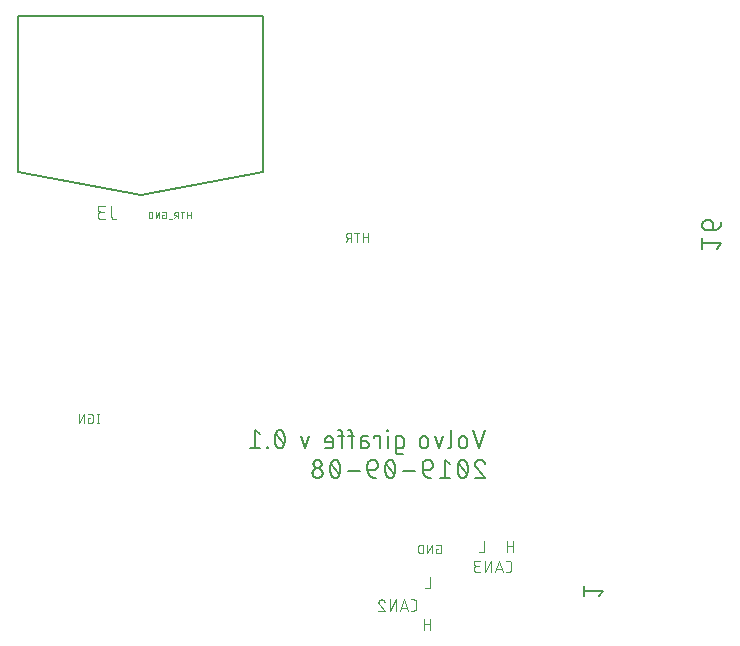
<source format=gbr>
G04 EAGLE Gerber RS-274X export*
G75*
%MOMM*%
%FSLAX34Y34*%
%LPD*%
%INSilkscreen Bottom*%
%IPPOS*%
%AMOC8*
5,1,8,0,0,1.08239X$1,22.5*%
G01*
%ADD10C,0.076200*%
%ADD11C,0.050800*%
%ADD12C,0.152400*%
%ADD13C,0.127000*%
%ADD14C,0.101600*%


D10*
X447042Y81081D02*
X449131Y81081D01*
X449220Y81083D01*
X449308Y81089D01*
X449396Y81098D01*
X449484Y81111D01*
X449571Y81128D01*
X449657Y81148D01*
X449742Y81173D01*
X449827Y81200D01*
X449910Y81232D01*
X449991Y81266D01*
X450071Y81305D01*
X450149Y81346D01*
X450226Y81391D01*
X450300Y81439D01*
X450373Y81490D01*
X450443Y81544D01*
X450510Y81602D01*
X450576Y81662D01*
X450638Y81724D01*
X450698Y81790D01*
X450756Y81857D01*
X450810Y81927D01*
X450861Y82000D01*
X450909Y82074D01*
X450954Y82151D01*
X450995Y82229D01*
X451034Y82309D01*
X451068Y82390D01*
X451100Y82473D01*
X451127Y82558D01*
X451152Y82643D01*
X451172Y82729D01*
X451189Y82816D01*
X451202Y82904D01*
X451211Y82992D01*
X451217Y83080D01*
X451219Y83169D01*
X451219Y88391D01*
X451217Y88480D01*
X451211Y88568D01*
X451202Y88656D01*
X451189Y88744D01*
X451172Y88831D01*
X451152Y88917D01*
X451127Y89002D01*
X451100Y89087D01*
X451068Y89170D01*
X451034Y89251D01*
X450995Y89331D01*
X450954Y89409D01*
X450909Y89486D01*
X450861Y89560D01*
X450810Y89633D01*
X450756Y89703D01*
X450698Y89770D01*
X450638Y89836D01*
X450576Y89898D01*
X450510Y89958D01*
X450443Y90016D01*
X450373Y90070D01*
X450300Y90121D01*
X450226Y90169D01*
X450149Y90214D01*
X450071Y90255D01*
X449991Y90294D01*
X449910Y90328D01*
X449827Y90360D01*
X449742Y90387D01*
X449657Y90412D01*
X449571Y90432D01*
X449484Y90449D01*
X449396Y90462D01*
X449308Y90471D01*
X449220Y90477D01*
X449131Y90479D01*
X447042Y90479D01*
X440963Y90479D02*
X444095Y81081D01*
X437830Y81081D02*
X440963Y90479D01*
X438613Y83431D02*
X443312Y83431D01*
X434125Y81081D02*
X434125Y90479D01*
X428903Y81081D01*
X428903Y90479D01*
X424676Y81081D02*
X422065Y81081D01*
X421964Y81083D01*
X421863Y81089D01*
X421762Y81099D01*
X421662Y81112D01*
X421562Y81130D01*
X421463Y81151D01*
X421365Y81177D01*
X421268Y81206D01*
X421172Y81238D01*
X421078Y81275D01*
X420985Y81315D01*
X420893Y81359D01*
X420804Y81406D01*
X420716Y81457D01*
X420630Y81511D01*
X420547Y81568D01*
X420465Y81628D01*
X420387Y81692D01*
X420310Y81758D01*
X420237Y81828D01*
X420166Y81900D01*
X420098Y81975D01*
X420033Y82053D01*
X419971Y82133D01*
X419912Y82215D01*
X419856Y82300D01*
X419804Y82387D01*
X419755Y82475D01*
X419709Y82566D01*
X419668Y82658D01*
X419629Y82752D01*
X419595Y82847D01*
X419564Y82943D01*
X419537Y83041D01*
X419513Y83139D01*
X419494Y83239D01*
X419478Y83339D01*
X419466Y83439D01*
X419458Y83540D01*
X419454Y83641D01*
X419454Y83743D01*
X419458Y83844D01*
X419466Y83945D01*
X419478Y84045D01*
X419494Y84145D01*
X419513Y84245D01*
X419537Y84343D01*
X419564Y84441D01*
X419595Y84537D01*
X419629Y84632D01*
X419668Y84726D01*
X419709Y84818D01*
X419755Y84909D01*
X419804Y84998D01*
X419856Y85084D01*
X419912Y85169D01*
X419971Y85251D01*
X420033Y85331D01*
X420098Y85409D01*
X420166Y85484D01*
X420237Y85556D01*
X420310Y85626D01*
X420387Y85692D01*
X420465Y85756D01*
X420547Y85816D01*
X420630Y85873D01*
X420716Y85927D01*
X420804Y85978D01*
X420893Y86025D01*
X420985Y86069D01*
X421078Y86109D01*
X421172Y86146D01*
X421268Y86178D01*
X421365Y86207D01*
X421463Y86233D01*
X421562Y86254D01*
X421662Y86272D01*
X421762Y86285D01*
X421863Y86295D01*
X421964Y86301D01*
X422065Y86303D01*
X421543Y90479D02*
X424676Y90479D01*
X421543Y90479D02*
X421453Y90477D01*
X421364Y90471D01*
X421274Y90462D01*
X421185Y90448D01*
X421097Y90431D01*
X421010Y90410D01*
X420923Y90385D01*
X420838Y90356D01*
X420754Y90324D01*
X420672Y90289D01*
X420591Y90249D01*
X420512Y90207D01*
X420435Y90161D01*
X420360Y90111D01*
X420287Y90059D01*
X420216Y90003D01*
X420148Y89945D01*
X420083Y89883D01*
X420020Y89819D01*
X419960Y89752D01*
X419903Y89683D01*
X419849Y89611D01*
X419798Y89537D01*
X419750Y89461D01*
X419706Y89383D01*
X419665Y89303D01*
X419627Y89221D01*
X419593Y89138D01*
X419563Y89053D01*
X419536Y88967D01*
X419513Y88881D01*
X419494Y88793D01*
X419479Y88704D01*
X419467Y88615D01*
X419459Y88526D01*
X419455Y88436D01*
X419455Y88346D01*
X419459Y88256D01*
X419467Y88167D01*
X419479Y88078D01*
X419494Y87989D01*
X419513Y87901D01*
X419536Y87815D01*
X419563Y87729D01*
X419593Y87644D01*
X419627Y87561D01*
X419665Y87479D01*
X419706Y87399D01*
X419750Y87321D01*
X419798Y87245D01*
X419849Y87171D01*
X419903Y87099D01*
X419960Y87030D01*
X420020Y86963D01*
X420083Y86899D01*
X420148Y86837D01*
X420216Y86779D01*
X420287Y86723D01*
X420360Y86671D01*
X420435Y86621D01*
X420512Y86575D01*
X420591Y86533D01*
X420672Y86493D01*
X420754Y86458D01*
X420838Y86426D01*
X420923Y86397D01*
X421010Y86372D01*
X421097Y86351D01*
X421185Y86334D01*
X421274Y86320D01*
X421364Y86311D01*
X421453Y86305D01*
X421543Y86303D01*
X421543Y86302D02*
X423632Y86302D01*
X452819Y97481D02*
X452819Y106879D01*
X452819Y102702D02*
X447598Y102702D01*
X447598Y106879D02*
X447598Y97481D01*
X428119Y97781D02*
X428119Y107179D01*
X428119Y97781D02*
X423942Y97781D01*
X368557Y48249D02*
X366468Y48249D01*
X368557Y48250D02*
X368646Y48252D01*
X368734Y48258D01*
X368822Y48267D01*
X368910Y48280D01*
X368997Y48297D01*
X369083Y48317D01*
X369168Y48342D01*
X369253Y48369D01*
X369336Y48401D01*
X369417Y48435D01*
X369497Y48474D01*
X369575Y48515D01*
X369652Y48560D01*
X369726Y48608D01*
X369799Y48659D01*
X369869Y48713D01*
X369936Y48771D01*
X370002Y48831D01*
X370064Y48893D01*
X370124Y48959D01*
X370182Y49026D01*
X370236Y49096D01*
X370287Y49169D01*
X370335Y49243D01*
X370380Y49320D01*
X370421Y49398D01*
X370460Y49478D01*
X370494Y49559D01*
X370526Y49642D01*
X370553Y49727D01*
X370578Y49812D01*
X370598Y49898D01*
X370615Y49985D01*
X370628Y50073D01*
X370637Y50161D01*
X370643Y50249D01*
X370645Y50338D01*
X370645Y55559D01*
X370643Y55648D01*
X370637Y55736D01*
X370628Y55824D01*
X370615Y55912D01*
X370598Y55999D01*
X370578Y56085D01*
X370553Y56170D01*
X370526Y56255D01*
X370494Y56338D01*
X370460Y56419D01*
X370421Y56499D01*
X370380Y56577D01*
X370335Y56654D01*
X370287Y56728D01*
X370236Y56801D01*
X370182Y56871D01*
X370124Y56938D01*
X370064Y57004D01*
X370002Y57066D01*
X369936Y57126D01*
X369869Y57184D01*
X369799Y57238D01*
X369726Y57289D01*
X369652Y57337D01*
X369575Y57382D01*
X369497Y57423D01*
X369417Y57462D01*
X369336Y57496D01*
X369253Y57528D01*
X369168Y57555D01*
X369083Y57580D01*
X368997Y57600D01*
X368910Y57617D01*
X368822Y57630D01*
X368734Y57639D01*
X368646Y57645D01*
X368557Y57647D01*
X366468Y57647D01*
X360389Y57647D02*
X363522Y48249D01*
X357256Y48249D02*
X360389Y57647D01*
X358040Y50599D02*
X362739Y50599D01*
X353551Y48249D02*
X353551Y57647D01*
X348330Y48249D01*
X348330Y57647D01*
X341231Y57648D02*
X341136Y57646D01*
X341042Y57640D01*
X340948Y57631D01*
X340854Y57618D01*
X340761Y57601D01*
X340669Y57580D01*
X340577Y57555D01*
X340487Y57527D01*
X340398Y57495D01*
X340310Y57460D01*
X340224Y57421D01*
X340139Y57379D01*
X340056Y57333D01*
X339975Y57284D01*
X339896Y57232D01*
X339819Y57177D01*
X339745Y57118D01*
X339673Y57057D01*
X339603Y56993D01*
X339536Y56926D01*
X339472Y56856D01*
X339411Y56784D01*
X339352Y56710D01*
X339297Y56633D01*
X339245Y56554D01*
X339196Y56473D01*
X339150Y56390D01*
X339108Y56305D01*
X339069Y56219D01*
X339034Y56131D01*
X339002Y56042D01*
X338974Y55952D01*
X338949Y55860D01*
X338928Y55768D01*
X338911Y55675D01*
X338898Y55581D01*
X338889Y55487D01*
X338883Y55393D01*
X338881Y55298D01*
X341231Y57647D02*
X341339Y57645D01*
X341448Y57639D01*
X341556Y57629D01*
X341663Y57616D01*
X341770Y57598D01*
X341877Y57577D01*
X341982Y57552D01*
X342087Y57523D01*
X342190Y57491D01*
X342292Y57454D01*
X342393Y57414D01*
X342492Y57371D01*
X342590Y57324D01*
X342686Y57273D01*
X342780Y57219D01*
X342872Y57162D01*
X342962Y57101D01*
X343050Y57037D01*
X343135Y56971D01*
X343218Y56901D01*
X343298Y56828D01*
X343376Y56752D01*
X343451Y56674D01*
X343523Y56593D01*
X343592Y56509D01*
X343658Y56423D01*
X343721Y56335D01*
X343780Y56244D01*
X343837Y56152D01*
X343890Y56057D01*
X343939Y55960D01*
X343985Y55862D01*
X344028Y55763D01*
X344067Y55661D01*
X344102Y55559D01*
X339664Y53470D02*
X339595Y53539D01*
X339529Y53610D01*
X339465Y53683D01*
X339404Y53759D01*
X339346Y53838D01*
X339292Y53918D01*
X339240Y54001D01*
X339192Y54085D01*
X339146Y54171D01*
X339105Y54259D01*
X339066Y54349D01*
X339031Y54440D01*
X339000Y54532D01*
X338972Y54625D01*
X338948Y54719D01*
X338928Y54814D01*
X338911Y54910D01*
X338898Y55007D01*
X338889Y55104D01*
X338883Y55201D01*
X338881Y55298D01*
X339664Y53471D02*
X344102Y48249D01*
X338881Y48249D01*
X382519Y41079D02*
X382519Y31681D01*
X382519Y36902D02*
X377298Y36902D01*
X377298Y41079D02*
X377298Y31681D01*
X382619Y66981D02*
X382619Y76379D01*
X382619Y66981D02*
X378442Y66981D01*
X101326Y207253D02*
X101326Y214619D01*
X102144Y207253D02*
X100508Y207253D01*
X100508Y214619D02*
X102144Y214619D01*
X94412Y211345D02*
X93184Y211345D01*
X93184Y207253D01*
X95639Y207253D01*
X95717Y207255D01*
X95795Y207260D01*
X95872Y207270D01*
X95949Y207283D01*
X96025Y207299D01*
X96100Y207319D01*
X96174Y207343D01*
X96247Y207370D01*
X96319Y207401D01*
X96389Y207435D01*
X96458Y207472D01*
X96524Y207513D01*
X96589Y207557D01*
X96651Y207603D01*
X96711Y207653D01*
X96769Y207705D01*
X96824Y207760D01*
X96876Y207818D01*
X96926Y207878D01*
X96972Y207940D01*
X97016Y208005D01*
X97057Y208072D01*
X97094Y208140D01*
X97128Y208210D01*
X97159Y208282D01*
X97186Y208355D01*
X97210Y208429D01*
X97230Y208504D01*
X97246Y208580D01*
X97259Y208657D01*
X97269Y208734D01*
X97274Y208812D01*
X97276Y208890D01*
X97276Y212982D01*
X97274Y213060D01*
X97269Y213138D01*
X97259Y213215D01*
X97246Y213292D01*
X97230Y213368D01*
X97210Y213443D01*
X97186Y213517D01*
X97159Y213590D01*
X97128Y213662D01*
X97094Y213732D01*
X97057Y213801D01*
X97016Y213867D01*
X96972Y213932D01*
X96926Y213994D01*
X96876Y214054D01*
X96824Y214112D01*
X96769Y214167D01*
X96711Y214219D01*
X96651Y214269D01*
X96589Y214315D01*
X96524Y214359D01*
X96458Y214400D01*
X96389Y214437D01*
X96319Y214471D01*
X96247Y214502D01*
X96174Y214529D01*
X96100Y214553D01*
X96025Y214573D01*
X95949Y214589D01*
X95872Y214602D01*
X95795Y214612D01*
X95717Y214617D01*
X95639Y214619D01*
X93184Y214619D01*
X89473Y214619D02*
X89473Y207253D01*
X85381Y207253D02*
X89473Y214619D01*
X85381Y214619D02*
X85381Y207253D01*
X329619Y360381D02*
X329619Y367747D01*
X329619Y364473D02*
X325527Y364473D01*
X325527Y367747D02*
X325527Y360381D01*
X320502Y360381D02*
X320502Y367747D01*
X322548Y367747D02*
X318455Y367747D01*
X315425Y367747D02*
X315425Y360381D01*
X315425Y367747D02*
X313379Y367747D01*
X313290Y367745D01*
X313201Y367739D01*
X313112Y367729D01*
X313024Y367716D01*
X312936Y367699D01*
X312849Y367677D01*
X312764Y367652D01*
X312679Y367624D01*
X312596Y367591D01*
X312514Y367555D01*
X312434Y367516D01*
X312356Y367473D01*
X312280Y367427D01*
X312205Y367377D01*
X312133Y367324D01*
X312064Y367268D01*
X311997Y367209D01*
X311932Y367148D01*
X311871Y367083D01*
X311812Y367016D01*
X311756Y366947D01*
X311703Y366875D01*
X311653Y366800D01*
X311607Y366724D01*
X311564Y366646D01*
X311525Y366566D01*
X311489Y366484D01*
X311456Y366401D01*
X311428Y366316D01*
X311403Y366231D01*
X311381Y366144D01*
X311364Y366056D01*
X311351Y365968D01*
X311341Y365879D01*
X311335Y365790D01*
X311333Y365701D01*
X311335Y365612D01*
X311341Y365523D01*
X311351Y365434D01*
X311364Y365346D01*
X311381Y365258D01*
X311403Y365171D01*
X311428Y365086D01*
X311456Y365001D01*
X311489Y364918D01*
X311525Y364836D01*
X311564Y364756D01*
X311607Y364678D01*
X311653Y364602D01*
X311703Y364527D01*
X311756Y364455D01*
X311812Y364386D01*
X311871Y364319D01*
X311932Y364254D01*
X311997Y364193D01*
X312064Y364134D01*
X312133Y364078D01*
X312205Y364025D01*
X312280Y363975D01*
X312356Y363929D01*
X312434Y363886D01*
X312514Y363847D01*
X312596Y363811D01*
X312679Y363778D01*
X312764Y363750D01*
X312849Y363725D01*
X312936Y363703D01*
X313024Y363686D01*
X313112Y363673D01*
X313201Y363663D01*
X313290Y363657D01*
X313379Y363655D01*
X315425Y363655D01*
X312970Y363655D02*
X311333Y360381D01*
X387987Y100745D02*
X389214Y100745D01*
X387987Y100745D02*
X387987Y96653D01*
X390442Y96653D01*
X390520Y96655D01*
X390598Y96660D01*
X390675Y96670D01*
X390752Y96683D01*
X390828Y96699D01*
X390903Y96719D01*
X390977Y96743D01*
X391050Y96770D01*
X391122Y96801D01*
X391192Y96835D01*
X391261Y96872D01*
X391327Y96913D01*
X391392Y96957D01*
X391454Y97003D01*
X391514Y97053D01*
X391572Y97105D01*
X391627Y97160D01*
X391679Y97218D01*
X391729Y97278D01*
X391775Y97340D01*
X391819Y97405D01*
X391860Y97472D01*
X391897Y97540D01*
X391931Y97610D01*
X391962Y97682D01*
X391989Y97755D01*
X392013Y97829D01*
X392033Y97904D01*
X392049Y97980D01*
X392062Y98057D01*
X392072Y98134D01*
X392077Y98212D01*
X392079Y98290D01*
X392079Y102382D01*
X392077Y102460D01*
X392072Y102538D01*
X392062Y102615D01*
X392049Y102692D01*
X392033Y102768D01*
X392013Y102843D01*
X391989Y102917D01*
X391962Y102990D01*
X391931Y103062D01*
X391897Y103132D01*
X391860Y103201D01*
X391819Y103267D01*
X391775Y103332D01*
X391729Y103394D01*
X391679Y103454D01*
X391627Y103512D01*
X391572Y103567D01*
X391514Y103619D01*
X391454Y103669D01*
X391392Y103715D01*
X391327Y103759D01*
X391261Y103800D01*
X391192Y103837D01*
X391122Y103871D01*
X391050Y103902D01*
X390977Y103929D01*
X390903Y103953D01*
X390828Y103973D01*
X390752Y103989D01*
X390675Y104002D01*
X390598Y104012D01*
X390520Y104017D01*
X390442Y104019D01*
X387987Y104019D01*
X384276Y104019D02*
X384276Y96653D01*
X380184Y96653D02*
X384276Y104019D01*
X380184Y104019D02*
X380184Y96653D01*
X376473Y96653D02*
X376473Y104019D01*
X374427Y104019D01*
X374338Y104017D01*
X374249Y104011D01*
X374160Y104001D01*
X374072Y103988D01*
X373984Y103971D01*
X373897Y103949D01*
X373812Y103924D01*
X373727Y103896D01*
X373644Y103863D01*
X373562Y103827D01*
X373482Y103788D01*
X373404Y103745D01*
X373328Y103699D01*
X373253Y103649D01*
X373181Y103596D01*
X373112Y103540D01*
X373045Y103481D01*
X372980Y103420D01*
X372919Y103355D01*
X372860Y103288D01*
X372804Y103219D01*
X372751Y103147D01*
X372701Y103072D01*
X372655Y102996D01*
X372612Y102918D01*
X372573Y102838D01*
X372537Y102756D01*
X372504Y102673D01*
X372476Y102588D01*
X372451Y102503D01*
X372429Y102416D01*
X372412Y102328D01*
X372399Y102240D01*
X372389Y102151D01*
X372383Y102062D01*
X372381Y101973D01*
X372381Y98699D01*
X372383Y98610D01*
X372389Y98521D01*
X372399Y98432D01*
X372412Y98344D01*
X372429Y98256D01*
X372451Y98169D01*
X372476Y98084D01*
X372504Y97999D01*
X372537Y97916D01*
X372573Y97834D01*
X372612Y97754D01*
X372655Y97676D01*
X372701Y97600D01*
X372751Y97525D01*
X372804Y97453D01*
X372860Y97384D01*
X372919Y97317D01*
X372980Y97252D01*
X373045Y97191D01*
X373112Y97132D01*
X373181Y97076D01*
X373253Y97023D01*
X373328Y96973D01*
X373404Y96927D01*
X373482Y96884D01*
X373562Y96845D01*
X373644Y96809D01*
X373727Y96776D01*
X373812Y96748D01*
X373897Y96723D01*
X373984Y96701D01*
X374072Y96684D01*
X374160Y96671D01*
X374249Y96661D01*
X374338Y96655D01*
X374427Y96653D01*
X376473Y96653D01*
D11*
X179746Y380254D02*
X179746Y385842D01*
X179746Y383358D02*
X176642Y383358D01*
X176642Y385842D02*
X176642Y380254D01*
X172890Y380254D02*
X172890Y385842D01*
X171338Y385842D02*
X174443Y385842D01*
X169103Y385842D02*
X169103Y380254D01*
X169103Y385842D02*
X167551Y385842D01*
X167474Y385840D01*
X167396Y385834D01*
X167320Y385825D01*
X167243Y385811D01*
X167168Y385794D01*
X167094Y385773D01*
X167020Y385748D01*
X166948Y385720D01*
X166878Y385688D01*
X166809Y385653D01*
X166742Y385614D01*
X166677Y385572D01*
X166614Y385527D01*
X166553Y385479D01*
X166495Y385428D01*
X166440Y385374D01*
X166387Y385317D01*
X166338Y385258D01*
X166291Y385196D01*
X166247Y385132D01*
X166207Y385066D01*
X166170Y384998D01*
X166136Y384928D01*
X166106Y384857D01*
X166080Y384784D01*
X166057Y384710D01*
X166038Y384635D01*
X166023Y384560D01*
X166011Y384483D01*
X166003Y384406D01*
X165999Y384329D01*
X165999Y384251D01*
X166003Y384174D01*
X166011Y384097D01*
X166023Y384020D01*
X166038Y383945D01*
X166057Y383870D01*
X166080Y383796D01*
X166106Y383723D01*
X166136Y383652D01*
X166170Y383582D01*
X166207Y383514D01*
X166247Y383448D01*
X166291Y383384D01*
X166338Y383322D01*
X166387Y383263D01*
X166440Y383206D01*
X166495Y383152D01*
X166553Y383101D01*
X166614Y383053D01*
X166677Y383008D01*
X166742Y382966D01*
X166809Y382927D01*
X166878Y382892D01*
X166948Y382860D01*
X167020Y382832D01*
X167094Y382807D01*
X167168Y382786D01*
X167243Y382769D01*
X167320Y382755D01*
X167396Y382746D01*
X167474Y382740D01*
X167551Y382738D01*
X169103Y382738D01*
X167240Y382738D02*
X165998Y380254D01*
X163891Y379633D02*
X161407Y379633D01*
X156908Y383358D02*
X155976Y383358D01*
X155976Y380254D01*
X157839Y380254D01*
X157909Y380256D01*
X157978Y380262D01*
X158047Y380272D01*
X158115Y380285D01*
X158183Y380303D01*
X158249Y380324D01*
X158314Y380349D01*
X158378Y380377D01*
X158440Y380409D01*
X158500Y380444D01*
X158558Y380483D01*
X158613Y380525D01*
X158667Y380570D01*
X158717Y380618D01*
X158765Y380668D01*
X158810Y380722D01*
X158852Y380777D01*
X158891Y380835D01*
X158926Y380895D01*
X158958Y380957D01*
X158986Y381021D01*
X159011Y381086D01*
X159032Y381152D01*
X159050Y381220D01*
X159063Y381288D01*
X159073Y381357D01*
X159079Y381426D01*
X159081Y381496D01*
X159081Y384600D01*
X159079Y384670D01*
X159073Y384739D01*
X159063Y384808D01*
X159050Y384876D01*
X159032Y384944D01*
X159011Y385010D01*
X158986Y385075D01*
X158958Y385139D01*
X158926Y385201D01*
X158891Y385261D01*
X158852Y385319D01*
X158810Y385374D01*
X158765Y385428D01*
X158717Y385478D01*
X158667Y385526D01*
X158613Y385571D01*
X158558Y385613D01*
X158500Y385652D01*
X158440Y385687D01*
X158378Y385719D01*
X158314Y385747D01*
X158249Y385772D01*
X158183Y385793D01*
X158115Y385811D01*
X158047Y385824D01*
X157978Y385834D01*
X157909Y385840D01*
X157839Y385842D01*
X155976Y385842D01*
X153229Y385842D02*
X153229Y380254D01*
X150124Y380254D02*
X153229Y385842D01*
X150124Y385842D02*
X150124Y380254D01*
X147376Y380254D02*
X147376Y385842D01*
X145824Y385842D01*
X145748Y385840D01*
X145672Y385835D01*
X145596Y385825D01*
X145521Y385812D01*
X145447Y385795D01*
X145373Y385775D01*
X145301Y385751D01*
X145230Y385724D01*
X145160Y385693D01*
X145092Y385659D01*
X145026Y385621D01*
X144962Y385580D01*
X144899Y385537D01*
X144839Y385490D01*
X144782Y385440D01*
X144727Y385387D01*
X144674Y385332D01*
X144624Y385275D01*
X144577Y385215D01*
X144534Y385152D01*
X144493Y385088D01*
X144455Y385022D01*
X144421Y384954D01*
X144390Y384884D01*
X144363Y384813D01*
X144339Y384741D01*
X144319Y384667D01*
X144302Y384593D01*
X144289Y384518D01*
X144279Y384442D01*
X144274Y384366D01*
X144272Y384290D01*
X144272Y381806D01*
X144274Y381730D01*
X144279Y381654D01*
X144289Y381578D01*
X144302Y381503D01*
X144319Y381429D01*
X144339Y381355D01*
X144363Y381283D01*
X144390Y381212D01*
X144421Y381142D01*
X144455Y381074D01*
X144493Y381008D01*
X144534Y380944D01*
X144577Y380881D01*
X144624Y380821D01*
X144674Y380764D01*
X144727Y380709D01*
X144782Y380656D01*
X144839Y380606D01*
X144899Y380559D01*
X144962Y380516D01*
X145026Y380475D01*
X145092Y380437D01*
X145160Y380403D01*
X145230Y380372D01*
X145301Y380345D01*
X145373Y380321D01*
X145447Y380301D01*
X145521Y380284D01*
X145596Y380271D01*
X145672Y380261D01*
X145748Y380256D01*
X145824Y380254D01*
X147376Y380254D01*
D12*
X529238Y64722D02*
X525626Y60207D01*
X529238Y64722D02*
X512982Y64722D01*
X512982Y60207D02*
X512982Y69238D01*
X625626Y354576D02*
X629238Y359091D01*
X612982Y359091D01*
X612982Y354576D02*
X612982Y363607D01*
X622013Y370207D02*
X622013Y375626D01*
X622011Y375744D01*
X622005Y375862D01*
X621996Y375980D01*
X621982Y376097D01*
X621965Y376214D01*
X621944Y376331D01*
X621919Y376446D01*
X621890Y376561D01*
X621857Y376675D01*
X621821Y376787D01*
X621781Y376898D01*
X621738Y377008D01*
X621691Y377117D01*
X621641Y377224D01*
X621586Y377329D01*
X621529Y377432D01*
X621468Y377533D01*
X621404Y377633D01*
X621337Y377730D01*
X621267Y377825D01*
X621193Y377917D01*
X621117Y378008D01*
X621037Y378095D01*
X620955Y378180D01*
X620870Y378262D01*
X620783Y378342D01*
X620692Y378418D01*
X620600Y378492D01*
X620505Y378562D01*
X620408Y378629D01*
X620308Y378693D01*
X620207Y378754D01*
X620104Y378811D01*
X619999Y378866D01*
X619892Y378916D01*
X619783Y378963D01*
X619673Y379006D01*
X619562Y379046D01*
X619450Y379082D01*
X619336Y379115D01*
X619221Y379144D01*
X619106Y379169D01*
X618989Y379190D01*
X618872Y379207D01*
X618755Y379221D01*
X618637Y379230D01*
X618519Y379236D01*
X618401Y379238D01*
X617498Y379238D01*
X617365Y379236D01*
X617233Y379230D01*
X617101Y379220D01*
X616969Y379207D01*
X616837Y379189D01*
X616707Y379168D01*
X616576Y379143D01*
X616447Y379114D01*
X616319Y379081D01*
X616191Y379045D01*
X616065Y379005D01*
X615940Y378961D01*
X615816Y378913D01*
X615694Y378862D01*
X615573Y378807D01*
X615454Y378749D01*
X615336Y378687D01*
X615221Y378622D01*
X615107Y378553D01*
X614996Y378482D01*
X614887Y378406D01*
X614780Y378328D01*
X614675Y378247D01*
X614573Y378162D01*
X614473Y378075D01*
X614376Y377985D01*
X614281Y377892D01*
X614190Y377796D01*
X614101Y377698D01*
X614015Y377597D01*
X613932Y377493D01*
X613852Y377387D01*
X613776Y377279D01*
X613702Y377169D01*
X613632Y377056D01*
X613565Y376942D01*
X613502Y376825D01*
X613442Y376707D01*
X613385Y376587D01*
X613332Y376465D01*
X613283Y376342D01*
X613237Y376218D01*
X613195Y376092D01*
X613157Y375965D01*
X613122Y375837D01*
X613091Y375708D01*
X613064Y375579D01*
X613041Y375448D01*
X613021Y375317D01*
X613006Y375185D01*
X612994Y375053D01*
X612986Y374921D01*
X612982Y374788D01*
X612982Y374656D01*
X612986Y374523D01*
X612994Y374391D01*
X613006Y374259D01*
X613021Y374127D01*
X613041Y373996D01*
X613064Y373865D01*
X613091Y373736D01*
X613122Y373607D01*
X613157Y373479D01*
X613195Y373352D01*
X613237Y373226D01*
X613283Y373102D01*
X613332Y372979D01*
X613385Y372857D01*
X613442Y372737D01*
X613502Y372619D01*
X613565Y372502D01*
X613632Y372388D01*
X613702Y372275D01*
X613776Y372165D01*
X613852Y372057D01*
X613932Y371951D01*
X614015Y371847D01*
X614101Y371746D01*
X614190Y371648D01*
X614281Y371552D01*
X614376Y371459D01*
X614473Y371369D01*
X614573Y371282D01*
X614675Y371197D01*
X614780Y371116D01*
X614887Y371038D01*
X614996Y370962D01*
X615107Y370891D01*
X615221Y370822D01*
X615336Y370757D01*
X615454Y370695D01*
X615573Y370637D01*
X615694Y370582D01*
X615816Y370531D01*
X615940Y370483D01*
X616065Y370439D01*
X616191Y370399D01*
X616319Y370363D01*
X616447Y370330D01*
X616576Y370301D01*
X616707Y370276D01*
X616837Y370255D01*
X616969Y370237D01*
X617101Y370224D01*
X617233Y370214D01*
X617365Y370208D01*
X617498Y370206D01*
X617498Y370207D02*
X622013Y370207D01*
X622188Y370209D01*
X622362Y370215D01*
X622536Y370226D01*
X622710Y370241D01*
X622884Y370260D01*
X623057Y370283D01*
X623229Y370310D01*
X623401Y370342D01*
X623572Y370377D01*
X623742Y370417D01*
X623911Y370461D01*
X624079Y370509D01*
X624246Y370561D01*
X624411Y370617D01*
X624575Y370677D01*
X624738Y370740D01*
X624898Y370808D01*
X625058Y370880D01*
X625215Y370955D01*
X625371Y371035D01*
X625524Y371118D01*
X625676Y371204D01*
X625825Y371295D01*
X625972Y371389D01*
X626117Y371486D01*
X626260Y371587D01*
X626400Y371691D01*
X626537Y371799D01*
X626672Y371910D01*
X626804Y372024D01*
X626933Y372141D01*
X627060Y372262D01*
X627183Y372385D01*
X627304Y372512D01*
X627421Y372641D01*
X627535Y372773D01*
X627646Y372908D01*
X627754Y373045D01*
X627858Y373185D01*
X627959Y373328D01*
X628056Y373473D01*
X628150Y373620D01*
X628241Y373769D01*
X628327Y373921D01*
X628410Y374074D01*
X628490Y374230D01*
X628565Y374387D01*
X628637Y374547D01*
X628705Y374707D01*
X628768Y374870D01*
X628828Y375034D01*
X628884Y375199D01*
X628936Y375366D01*
X628984Y375534D01*
X629028Y375703D01*
X629068Y375873D01*
X629103Y376044D01*
X629135Y376216D01*
X629162Y376388D01*
X629185Y376561D01*
X629204Y376735D01*
X629219Y376909D01*
X629230Y377083D01*
X629236Y377257D01*
X629238Y377432D01*
D13*
X429365Y201275D02*
X424200Y185781D01*
X419036Y201275D01*
X413769Y192667D02*
X413769Y189224D01*
X413769Y192667D02*
X413767Y192783D01*
X413761Y192899D01*
X413751Y193015D01*
X413738Y193131D01*
X413720Y193246D01*
X413699Y193360D01*
X413673Y193474D01*
X413644Y193586D01*
X413611Y193698D01*
X413574Y193808D01*
X413534Y193917D01*
X413490Y194025D01*
X413442Y194131D01*
X413391Y194235D01*
X413336Y194338D01*
X413278Y194439D01*
X413217Y194537D01*
X413152Y194634D01*
X413084Y194728D01*
X413013Y194820D01*
X412938Y194910D01*
X412861Y194997D01*
X412781Y195081D01*
X412698Y195162D01*
X412612Y195241D01*
X412524Y195317D01*
X412433Y195390D01*
X412340Y195459D01*
X412245Y195526D01*
X412147Y195589D01*
X412048Y195649D01*
X411946Y195705D01*
X411842Y195758D01*
X411737Y195808D01*
X411630Y195853D01*
X411522Y195896D01*
X411412Y195934D01*
X411301Y195969D01*
X411189Y196000D01*
X411076Y196027D01*
X410962Y196051D01*
X410847Y196070D01*
X410732Y196086D01*
X410616Y196098D01*
X410500Y196106D01*
X410384Y196110D01*
X410268Y196110D01*
X410152Y196106D01*
X410036Y196098D01*
X409920Y196086D01*
X409805Y196070D01*
X409690Y196051D01*
X409576Y196027D01*
X409463Y196000D01*
X409351Y195969D01*
X409240Y195934D01*
X409130Y195896D01*
X409022Y195853D01*
X408915Y195808D01*
X408810Y195758D01*
X408706Y195705D01*
X408605Y195649D01*
X408505Y195589D01*
X408407Y195526D01*
X408312Y195459D01*
X408219Y195390D01*
X408128Y195317D01*
X408040Y195241D01*
X407954Y195162D01*
X407871Y195081D01*
X407791Y194997D01*
X407714Y194910D01*
X407639Y194820D01*
X407568Y194728D01*
X407500Y194634D01*
X407435Y194537D01*
X407374Y194439D01*
X407316Y194338D01*
X407261Y194235D01*
X407210Y194131D01*
X407162Y194025D01*
X407118Y193917D01*
X407078Y193808D01*
X407041Y193698D01*
X407008Y193586D01*
X406979Y193474D01*
X406953Y193360D01*
X406932Y193246D01*
X406914Y193131D01*
X406901Y193015D01*
X406891Y192899D01*
X406885Y192783D01*
X406883Y192667D01*
X406883Y189224D01*
X406885Y189108D01*
X406891Y188992D01*
X406901Y188876D01*
X406914Y188760D01*
X406932Y188645D01*
X406953Y188531D01*
X406979Y188417D01*
X407008Y188305D01*
X407041Y188193D01*
X407078Y188083D01*
X407118Y187974D01*
X407162Y187866D01*
X407210Y187760D01*
X407261Y187656D01*
X407316Y187553D01*
X407374Y187452D01*
X407435Y187354D01*
X407500Y187257D01*
X407568Y187163D01*
X407639Y187071D01*
X407714Y186981D01*
X407791Y186894D01*
X407871Y186810D01*
X407954Y186729D01*
X408040Y186650D01*
X408128Y186574D01*
X408219Y186501D01*
X408312Y186432D01*
X408407Y186365D01*
X408505Y186302D01*
X408605Y186242D01*
X408706Y186186D01*
X408810Y186133D01*
X408915Y186083D01*
X409022Y186038D01*
X409130Y185995D01*
X409240Y185957D01*
X409351Y185922D01*
X409463Y185891D01*
X409576Y185864D01*
X409690Y185840D01*
X409805Y185821D01*
X409920Y185805D01*
X410036Y185793D01*
X410152Y185785D01*
X410268Y185781D01*
X410384Y185781D01*
X410500Y185785D01*
X410616Y185793D01*
X410732Y185805D01*
X410847Y185821D01*
X410962Y185840D01*
X411076Y185864D01*
X411189Y185891D01*
X411301Y185922D01*
X411412Y185957D01*
X411522Y185995D01*
X411630Y186038D01*
X411737Y186083D01*
X411842Y186133D01*
X411946Y186186D01*
X412048Y186242D01*
X412147Y186302D01*
X412245Y186365D01*
X412340Y186432D01*
X412433Y186501D01*
X412524Y186574D01*
X412612Y186650D01*
X412698Y186729D01*
X412781Y186810D01*
X412861Y186894D01*
X412938Y186981D01*
X413013Y187071D01*
X413084Y187163D01*
X413152Y187257D01*
X413217Y187354D01*
X413278Y187452D01*
X413336Y187553D01*
X413391Y187656D01*
X413442Y187760D01*
X413490Y187866D01*
X413534Y187974D01*
X413574Y188083D01*
X413611Y188193D01*
X413644Y188305D01*
X413673Y188417D01*
X413699Y188531D01*
X413720Y188645D01*
X413738Y188760D01*
X413751Y188876D01*
X413761Y188992D01*
X413767Y189108D01*
X413769Y189224D01*
X400656Y188363D02*
X400656Y201275D01*
X400656Y188363D02*
X400654Y188264D01*
X400648Y188165D01*
X400639Y188067D01*
X400626Y187969D01*
X400609Y187871D01*
X400588Y187775D01*
X400564Y187679D01*
X400536Y187584D01*
X400504Y187490D01*
X400469Y187398D01*
X400430Y187307D01*
X400388Y187217D01*
X400342Y187130D01*
X400293Y187044D01*
X400241Y186960D01*
X400186Y186878D01*
X400127Y186798D01*
X400066Y186720D01*
X400002Y186645D01*
X399934Y186573D01*
X399864Y186503D01*
X399792Y186435D01*
X399717Y186371D01*
X399639Y186310D01*
X399559Y186251D01*
X399477Y186196D01*
X399393Y186144D01*
X399307Y186095D01*
X399220Y186049D01*
X399130Y186007D01*
X399039Y185968D01*
X398947Y185933D01*
X398853Y185901D01*
X398758Y185873D01*
X398662Y185849D01*
X398566Y185828D01*
X398468Y185811D01*
X398370Y185798D01*
X398272Y185789D01*
X398173Y185783D01*
X398074Y185781D01*
X390009Y185781D02*
X393452Y196110D01*
X386566Y196110D02*
X390009Y185781D01*
X381064Y189224D02*
X381064Y192667D01*
X381062Y192783D01*
X381056Y192899D01*
X381046Y193015D01*
X381033Y193131D01*
X381015Y193246D01*
X380994Y193360D01*
X380968Y193474D01*
X380939Y193586D01*
X380906Y193698D01*
X380869Y193808D01*
X380829Y193917D01*
X380785Y194025D01*
X380737Y194131D01*
X380686Y194235D01*
X380631Y194338D01*
X380573Y194439D01*
X380512Y194537D01*
X380447Y194634D01*
X380379Y194728D01*
X380308Y194820D01*
X380233Y194910D01*
X380156Y194997D01*
X380076Y195081D01*
X379993Y195162D01*
X379907Y195241D01*
X379819Y195317D01*
X379728Y195390D01*
X379635Y195459D01*
X379540Y195526D01*
X379442Y195589D01*
X379343Y195649D01*
X379241Y195705D01*
X379137Y195758D01*
X379032Y195808D01*
X378925Y195853D01*
X378817Y195896D01*
X378707Y195934D01*
X378596Y195969D01*
X378484Y196000D01*
X378371Y196027D01*
X378257Y196051D01*
X378142Y196070D01*
X378027Y196086D01*
X377911Y196098D01*
X377795Y196106D01*
X377679Y196110D01*
X377563Y196110D01*
X377447Y196106D01*
X377331Y196098D01*
X377215Y196086D01*
X377100Y196070D01*
X376985Y196051D01*
X376871Y196027D01*
X376758Y196000D01*
X376646Y195969D01*
X376535Y195934D01*
X376425Y195896D01*
X376317Y195853D01*
X376210Y195808D01*
X376105Y195758D01*
X376001Y195705D01*
X375900Y195649D01*
X375800Y195589D01*
X375702Y195526D01*
X375607Y195459D01*
X375514Y195390D01*
X375423Y195317D01*
X375335Y195241D01*
X375249Y195162D01*
X375166Y195081D01*
X375086Y194997D01*
X375009Y194910D01*
X374934Y194820D01*
X374863Y194728D01*
X374795Y194634D01*
X374730Y194537D01*
X374669Y194439D01*
X374611Y194338D01*
X374556Y194235D01*
X374505Y194131D01*
X374457Y194025D01*
X374413Y193917D01*
X374373Y193808D01*
X374336Y193698D01*
X374303Y193586D01*
X374274Y193474D01*
X374248Y193360D01*
X374227Y193246D01*
X374209Y193131D01*
X374196Y193015D01*
X374186Y192899D01*
X374180Y192783D01*
X374178Y192667D01*
X374178Y189224D01*
X374180Y189108D01*
X374186Y188992D01*
X374196Y188876D01*
X374209Y188760D01*
X374227Y188645D01*
X374248Y188531D01*
X374274Y188417D01*
X374303Y188305D01*
X374336Y188193D01*
X374373Y188083D01*
X374413Y187974D01*
X374457Y187866D01*
X374505Y187760D01*
X374556Y187656D01*
X374611Y187553D01*
X374669Y187452D01*
X374730Y187354D01*
X374795Y187257D01*
X374863Y187163D01*
X374934Y187071D01*
X375009Y186981D01*
X375086Y186894D01*
X375166Y186810D01*
X375249Y186729D01*
X375335Y186650D01*
X375423Y186574D01*
X375514Y186501D01*
X375607Y186432D01*
X375702Y186365D01*
X375800Y186302D01*
X375900Y186242D01*
X376001Y186186D01*
X376105Y186133D01*
X376210Y186083D01*
X376317Y186038D01*
X376425Y185995D01*
X376535Y185957D01*
X376646Y185922D01*
X376758Y185891D01*
X376871Y185864D01*
X376985Y185840D01*
X377100Y185821D01*
X377215Y185805D01*
X377331Y185793D01*
X377447Y185785D01*
X377563Y185781D01*
X377679Y185781D01*
X377795Y185785D01*
X377911Y185793D01*
X378027Y185805D01*
X378142Y185821D01*
X378257Y185840D01*
X378371Y185864D01*
X378484Y185891D01*
X378596Y185922D01*
X378707Y185957D01*
X378817Y185995D01*
X378925Y186038D01*
X379032Y186083D01*
X379137Y186133D01*
X379241Y186186D01*
X379343Y186242D01*
X379442Y186302D01*
X379540Y186365D01*
X379635Y186432D01*
X379728Y186501D01*
X379819Y186574D01*
X379907Y186650D01*
X379993Y186729D01*
X380076Y186810D01*
X380156Y186894D01*
X380233Y186981D01*
X380308Y187071D01*
X380379Y187163D01*
X380447Y187257D01*
X380512Y187354D01*
X380573Y187452D01*
X380631Y187553D01*
X380686Y187656D01*
X380737Y187760D01*
X380785Y187866D01*
X380829Y187974D01*
X380869Y188083D01*
X380906Y188193D01*
X380939Y188305D01*
X380968Y188417D01*
X380994Y188531D01*
X381015Y188645D01*
X381033Y188760D01*
X381046Y188876D01*
X381056Y188992D01*
X381062Y189108D01*
X381064Y189224D01*
X357738Y185781D02*
X353434Y185781D01*
X357738Y185781D02*
X357837Y185783D01*
X357936Y185789D01*
X358034Y185798D01*
X358132Y185811D01*
X358230Y185828D01*
X358326Y185849D01*
X358422Y185873D01*
X358517Y185901D01*
X358611Y185933D01*
X358703Y185968D01*
X358794Y186007D01*
X358884Y186049D01*
X358971Y186095D01*
X359057Y186144D01*
X359141Y186196D01*
X359223Y186251D01*
X359303Y186310D01*
X359381Y186371D01*
X359456Y186435D01*
X359528Y186503D01*
X359598Y186573D01*
X359666Y186645D01*
X359730Y186720D01*
X359791Y186798D01*
X359850Y186878D01*
X359905Y186960D01*
X359957Y187044D01*
X360006Y187130D01*
X360052Y187217D01*
X360094Y187307D01*
X360133Y187398D01*
X360168Y187490D01*
X360200Y187584D01*
X360228Y187679D01*
X360252Y187775D01*
X360273Y187871D01*
X360290Y187969D01*
X360303Y188067D01*
X360312Y188165D01*
X360318Y188264D01*
X360320Y188363D01*
X360320Y193528D01*
X360318Y193627D01*
X360312Y193726D01*
X360303Y193824D01*
X360290Y193922D01*
X360273Y194020D01*
X360252Y194116D01*
X360228Y194212D01*
X360200Y194307D01*
X360168Y194401D01*
X360133Y194493D01*
X360094Y194584D01*
X360052Y194674D01*
X360006Y194761D01*
X359957Y194847D01*
X359905Y194931D01*
X359850Y195013D01*
X359791Y195093D01*
X359730Y195171D01*
X359666Y195246D01*
X359598Y195318D01*
X359528Y195388D01*
X359456Y195456D01*
X359381Y195520D01*
X359303Y195581D01*
X359223Y195640D01*
X359141Y195695D01*
X359057Y195747D01*
X358971Y195796D01*
X358884Y195842D01*
X358794Y195884D01*
X358703Y195923D01*
X358611Y195958D01*
X358517Y195990D01*
X358422Y196018D01*
X358326Y196042D01*
X358230Y196063D01*
X358132Y196080D01*
X358034Y196093D01*
X357936Y196102D01*
X357837Y196108D01*
X357738Y196110D01*
X353434Y196110D01*
X353434Y183199D01*
X353436Y183100D01*
X353442Y183001D01*
X353451Y182903D01*
X353464Y182805D01*
X353481Y182707D01*
X353502Y182611D01*
X353526Y182515D01*
X353554Y182420D01*
X353586Y182326D01*
X353621Y182234D01*
X353660Y182143D01*
X353702Y182053D01*
X353748Y181966D01*
X353797Y181880D01*
X353849Y181796D01*
X353904Y181714D01*
X353963Y181634D01*
X354024Y181556D01*
X354088Y181481D01*
X354156Y181409D01*
X354226Y181339D01*
X354298Y181271D01*
X354373Y181207D01*
X354451Y181146D01*
X354531Y181087D01*
X354613Y181032D01*
X354697Y180980D01*
X354783Y180931D01*
X354870Y180885D01*
X354960Y180843D01*
X355051Y180804D01*
X355143Y180769D01*
X355237Y180737D01*
X355332Y180709D01*
X355428Y180685D01*
X355524Y180664D01*
X355622Y180647D01*
X355720Y180634D01*
X355818Y180625D01*
X355917Y180619D01*
X356016Y180617D01*
X356016Y180616D02*
X359460Y180616D01*
X346898Y185781D02*
X346898Y196110D01*
X347329Y200414D02*
X347329Y201275D01*
X346468Y201275D01*
X346468Y200414D01*
X347329Y200414D01*
X340352Y196110D02*
X340352Y185781D01*
X340352Y196110D02*
X335188Y196110D01*
X335188Y194389D01*
X327576Y191806D02*
X323703Y191806D01*
X327576Y191807D02*
X327685Y191805D01*
X327793Y191799D01*
X327902Y191789D01*
X328010Y191776D01*
X328117Y191758D01*
X328224Y191737D01*
X328330Y191711D01*
X328434Y191682D01*
X328538Y191649D01*
X328641Y191613D01*
X328742Y191572D01*
X328841Y191529D01*
X328939Y191481D01*
X329035Y191430D01*
X329129Y191376D01*
X329222Y191318D01*
X329312Y191257D01*
X329399Y191193D01*
X329485Y191125D01*
X329568Y191055D01*
X329648Y190981D01*
X329726Y190905D01*
X329800Y190826D01*
X329872Y190745D01*
X329941Y190660D01*
X330007Y190574D01*
X330070Y190485D01*
X330129Y190394D01*
X330185Y190300D01*
X330238Y190205D01*
X330287Y190108D01*
X330333Y190010D01*
X330375Y189909D01*
X330413Y189807D01*
X330448Y189704D01*
X330479Y189600D01*
X330506Y189495D01*
X330530Y189388D01*
X330549Y189281D01*
X330565Y189174D01*
X330577Y189066D01*
X330585Y188957D01*
X330589Y188848D01*
X330589Y188740D01*
X330585Y188631D01*
X330577Y188522D01*
X330565Y188414D01*
X330549Y188307D01*
X330530Y188200D01*
X330506Y188093D01*
X330479Y187988D01*
X330448Y187884D01*
X330413Y187781D01*
X330375Y187679D01*
X330333Y187578D01*
X330287Y187480D01*
X330238Y187383D01*
X330185Y187288D01*
X330129Y187194D01*
X330070Y187103D01*
X330007Y187014D01*
X329941Y186928D01*
X329872Y186843D01*
X329800Y186762D01*
X329726Y186683D01*
X329648Y186607D01*
X329568Y186533D01*
X329485Y186463D01*
X329399Y186395D01*
X329312Y186331D01*
X329222Y186270D01*
X329129Y186212D01*
X329035Y186158D01*
X328939Y186107D01*
X328841Y186059D01*
X328742Y186016D01*
X328641Y185975D01*
X328538Y185939D01*
X328434Y185906D01*
X328330Y185877D01*
X328224Y185851D01*
X328117Y185830D01*
X328010Y185812D01*
X327902Y185799D01*
X327793Y185789D01*
X327685Y185783D01*
X327576Y185781D01*
X323703Y185781D01*
X323703Y193528D01*
X323705Y193627D01*
X323711Y193726D01*
X323720Y193824D01*
X323733Y193922D01*
X323750Y194020D01*
X323771Y194116D01*
X323795Y194212D01*
X323823Y194307D01*
X323855Y194401D01*
X323890Y194493D01*
X323929Y194584D01*
X323971Y194674D01*
X324017Y194761D01*
X324066Y194847D01*
X324118Y194932D01*
X324173Y195013D01*
X324232Y195093D01*
X324293Y195171D01*
X324357Y195246D01*
X324425Y195318D01*
X324495Y195388D01*
X324567Y195456D01*
X324642Y195520D01*
X324720Y195581D01*
X324800Y195640D01*
X324882Y195695D01*
X324966Y195747D01*
X325052Y195796D01*
X325139Y195842D01*
X325229Y195884D01*
X325320Y195923D01*
X325412Y195958D01*
X325506Y195990D01*
X325601Y196018D01*
X325697Y196042D01*
X325793Y196063D01*
X325891Y196080D01*
X325989Y196093D01*
X326087Y196102D01*
X326186Y196108D01*
X326285Y196110D01*
X329728Y196110D01*
X316299Y198693D02*
X316299Y185781D01*
X316299Y198693D02*
X316297Y198792D01*
X316291Y198891D01*
X316282Y198989D01*
X316269Y199087D01*
X316252Y199185D01*
X316231Y199281D01*
X316207Y199377D01*
X316179Y199472D01*
X316147Y199566D01*
X316112Y199658D01*
X316073Y199749D01*
X316031Y199839D01*
X315985Y199926D01*
X315936Y200012D01*
X315884Y200096D01*
X315829Y200178D01*
X315770Y200258D01*
X315709Y200336D01*
X315645Y200411D01*
X315577Y200483D01*
X315507Y200553D01*
X315435Y200621D01*
X315360Y200685D01*
X315282Y200746D01*
X315202Y200805D01*
X315120Y200860D01*
X315036Y200912D01*
X314950Y200961D01*
X314863Y201007D01*
X314773Y201049D01*
X314682Y201088D01*
X314590Y201123D01*
X314496Y201155D01*
X314401Y201183D01*
X314305Y201207D01*
X314209Y201228D01*
X314111Y201245D01*
X314013Y201258D01*
X313915Y201267D01*
X313816Y201273D01*
X313717Y201275D01*
X312856Y201275D01*
X312856Y196110D02*
X318021Y196110D01*
X307875Y198693D02*
X307875Y185781D01*
X307875Y198693D02*
X307873Y198792D01*
X307867Y198891D01*
X307858Y198989D01*
X307845Y199087D01*
X307828Y199185D01*
X307807Y199281D01*
X307783Y199377D01*
X307755Y199472D01*
X307723Y199566D01*
X307688Y199658D01*
X307649Y199749D01*
X307607Y199839D01*
X307561Y199926D01*
X307512Y200012D01*
X307460Y200096D01*
X307405Y200178D01*
X307346Y200258D01*
X307285Y200336D01*
X307221Y200411D01*
X307153Y200483D01*
X307083Y200553D01*
X307011Y200621D01*
X306936Y200685D01*
X306858Y200746D01*
X306778Y200805D01*
X306696Y200860D01*
X306612Y200912D01*
X306526Y200961D01*
X306439Y201007D01*
X306349Y201049D01*
X306258Y201088D01*
X306166Y201123D01*
X306072Y201155D01*
X305977Y201183D01*
X305881Y201207D01*
X305785Y201228D01*
X305687Y201245D01*
X305589Y201258D01*
X305491Y201267D01*
X305392Y201273D01*
X305293Y201275D01*
X304432Y201275D01*
X304432Y196110D02*
X309597Y196110D01*
X297711Y185781D02*
X293407Y185781D01*
X297711Y185781D02*
X297810Y185783D01*
X297909Y185789D01*
X298007Y185798D01*
X298105Y185811D01*
X298203Y185828D01*
X298299Y185849D01*
X298395Y185873D01*
X298490Y185901D01*
X298584Y185933D01*
X298676Y185968D01*
X298767Y186007D01*
X298857Y186049D01*
X298944Y186095D01*
X299030Y186144D01*
X299114Y186196D01*
X299196Y186251D01*
X299276Y186310D01*
X299354Y186371D01*
X299429Y186435D01*
X299501Y186503D01*
X299571Y186573D01*
X299639Y186645D01*
X299703Y186720D01*
X299764Y186798D01*
X299823Y186878D01*
X299878Y186960D01*
X299930Y187044D01*
X299979Y187130D01*
X300025Y187217D01*
X300067Y187307D01*
X300106Y187398D01*
X300141Y187490D01*
X300173Y187584D01*
X300201Y187679D01*
X300225Y187775D01*
X300246Y187871D01*
X300263Y187969D01*
X300276Y188067D01*
X300285Y188165D01*
X300291Y188264D01*
X300293Y188363D01*
X300293Y192667D01*
X300291Y192783D01*
X300285Y192899D01*
X300275Y193015D01*
X300262Y193131D01*
X300244Y193246D01*
X300223Y193360D01*
X300197Y193474D01*
X300168Y193586D01*
X300135Y193698D01*
X300098Y193808D01*
X300058Y193917D01*
X300014Y194025D01*
X299966Y194131D01*
X299915Y194235D01*
X299860Y194338D01*
X299802Y194439D01*
X299741Y194537D01*
X299676Y194634D01*
X299608Y194728D01*
X299537Y194820D01*
X299462Y194910D01*
X299385Y194997D01*
X299305Y195081D01*
X299222Y195162D01*
X299136Y195241D01*
X299048Y195317D01*
X298957Y195390D01*
X298864Y195459D01*
X298769Y195526D01*
X298671Y195589D01*
X298572Y195649D01*
X298470Y195705D01*
X298366Y195758D01*
X298261Y195808D01*
X298154Y195853D01*
X298046Y195896D01*
X297936Y195934D01*
X297825Y195969D01*
X297713Y196000D01*
X297600Y196027D01*
X297486Y196051D01*
X297371Y196070D01*
X297256Y196086D01*
X297140Y196098D01*
X297024Y196106D01*
X296908Y196110D01*
X296792Y196110D01*
X296676Y196106D01*
X296560Y196098D01*
X296444Y196086D01*
X296329Y196070D01*
X296214Y196051D01*
X296100Y196027D01*
X295987Y196000D01*
X295875Y195969D01*
X295764Y195934D01*
X295654Y195896D01*
X295546Y195853D01*
X295439Y195808D01*
X295334Y195758D01*
X295230Y195705D01*
X295129Y195649D01*
X295029Y195589D01*
X294931Y195526D01*
X294836Y195459D01*
X294743Y195390D01*
X294652Y195317D01*
X294564Y195241D01*
X294478Y195162D01*
X294395Y195081D01*
X294315Y194997D01*
X294238Y194910D01*
X294163Y194820D01*
X294092Y194728D01*
X294024Y194634D01*
X293959Y194537D01*
X293898Y194439D01*
X293840Y194338D01*
X293785Y194235D01*
X293734Y194131D01*
X293686Y194025D01*
X293642Y193917D01*
X293602Y193808D01*
X293565Y193698D01*
X293532Y193586D01*
X293503Y193474D01*
X293477Y193360D01*
X293456Y193246D01*
X293438Y193131D01*
X293425Y193015D01*
X293415Y192899D01*
X293409Y192783D01*
X293407Y192667D01*
X293407Y190946D01*
X300293Y190946D01*
X279977Y196110D02*
X276534Y185781D01*
X273091Y196110D01*
X259530Y193528D02*
X259526Y193833D01*
X259515Y194137D01*
X259497Y194442D01*
X259472Y194745D01*
X259439Y195048D01*
X259399Y195351D01*
X259352Y195652D01*
X259298Y195952D01*
X259236Y196250D01*
X259168Y196547D01*
X259092Y196843D01*
X259010Y197136D01*
X258920Y197427D01*
X258823Y197716D01*
X258720Y198003D01*
X258610Y198287D01*
X258493Y198569D01*
X258369Y198847D01*
X258239Y199123D01*
X258201Y199226D01*
X258161Y199328D01*
X258116Y199428D01*
X258068Y199527D01*
X258017Y199624D01*
X257963Y199719D01*
X257905Y199813D01*
X257844Y199904D01*
X257780Y199993D01*
X257713Y200080D01*
X257643Y200164D01*
X257570Y200246D01*
X257494Y200326D01*
X257416Y200403D01*
X257335Y200477D01*
X257251Y200548D01*
X257165Y200616D01*
X257077Y200682D01*
X256987Y200744D01*
X256894Y200803D01*
X256800Y200859D01*
X256704Y200912D01*
X256606Y200961D01*
X256506Y201007D01*
X256405Y201049D01*
X256302Y201088D01*
X256198Y201123D01*
X256093Y201155D01*
X255987Y201183D01*
X255880Y201207D01*
X255772Y201228D01*
X255664Y201245D01*
X255555Y201258D01*
X255445Y201267D01*
X255336Y201273D01*
X255226Y201275D01*
X255116Y201273D01*
X255007Y201267D01*
X254897Y201258D01*
X254788Y201245D01*
X254680Y201228D01*
X254572Y201207D01*
X254465Y201183D01*
X254359Y201155D01*
X254254Y201123D01*
X254150Y201088D01*
X254047Y201049D01*
X253946Y201007D01*
X253846Y200961D01*
X253748Y200912D01*
X253652Y200859D01*
X253558Y200803D01*
X253465Y200744D01*
X253375Y200682D01*
X253287Y200616D01*
X253201Y200548D01*
X253117Y200477D01*
X253036Y200403D01*
X252958Y200326D01*
X252882Y200247D01*
X252809Y200164D01*
X252739Y200080D01*
X252672Y199993D01*
X252608Y199904D01*
X252547Y199813D01*
X252489Y199719D01*
X252435Y199624D01*
X252384Y199527D01*
X252336Y199428D01*
X252291Y199328D01*
X252251Y199226D01*
X252213Y199123D01*
X252083Y198847D01*
X251959Y198569D01*
X251842Y198287D01*
X251732Y198003D01*
X251629Y197716D01*
X251532Y197427D01*
X251442Y197136D01*
X251360Y196843D01*
X251284Y196547D01*
X251216Y196250D01*
X251154Y195952D01*
X251100Y195652D01*
X251053Y195351D01*
X251013Y195048D01*
X250980Y194745D01*
X250955Y194442D01*
X250937Y194137D01*
X250926Y193833D01*
X250922Y193528D01*
X259530Y193528D02*
X259526Y193223D01*
X259515Y192919D01*
X259497Y192614D01*
X259472Y192311D01*
X259439Y192008D01*
X259399Y191705D01*
X259352Y191404D01*
X259298Y191104D01*
X259236Y190806D01*
X259168Y190509D01*
X259092Y190213D01*
X259010Y189920D01*
X258920Y189629D01*
X258823Y189340D01*
X258720Y189053D01*
X258610Y188769D01*
X258493Y188487D01*
X258369Y188209D01*
X258239Y187933D01*
X258201Y187830D01*
X258161Y187728D01*
X258116Y187628D01*
X258068Y187529D01*
X258017Y187432D01*
X257963Y187337D01*
X257905Y187243D01*
X257844Y187152D01*
X257780Y187063D01*
X257713Y186976D01*
X257643Y186892D01*
X257570Y186809D01*
X257494Y186730D01*
X257416Y186653D01*
X257335Y186579D01*
X257251Y186508D01*
X257165Y186440D01*
X257077Y186374D01*
X256987Y186312D01*
X256894Y186253D01*
X256800Y186197D01*
X256704Y186144D01*
X256606Y186095D01*
X256506Y186049D01*
X256405Y186007D01*
X256302Y185968D01*
X256198Y185933D01*
X256093Y185901D01*
X255987Y185873D01*
X255880Y185849D01*
X255772Y185828D01*
X255664Y185811D01*
X255555Y185798D01*
X255445Y185789D01*
X255336Y185783D01*
X255226Y185781D01*
X252214Y187933D02*
X252084Y188209D01*
X251960Y188487D01*
X251843Y188769D01*
X251733Y189053D01*
X251630Y189340D01*
X251533Y189629D01*
X251443Y189920D01*
X251361Y190213D01*
X251285Y190509D01*
X251217Y190806D01*
X251155Y191104D01*
X251101Y191404D01*
X251054Y191705D01*
X251014Y192008D01*
X250981Y192311D01*
X250956Y192614D01*
X250938Y192919D01*
X250927Y193223D01*
X250923Y193528D01*
X252213Y187933D02*
X252251Y187830D01*
X252291Y187728D01*
X252336Y187628D01*
X252384Y187529D01*
X252435Y187432D01*
X252489Y187337D01*
X252547Y187243D01*
X252608Y187152D01*
X252672Y187063D01*
X252739Y186976D01*
X252809Y186891D01*
X252882Y186809D01*
X252958Y186730D01*
X253036Y186653D01*
X253117Y186579D01*
X253201Y186508D01*
X253287Y186440D01*
X253375Y186374D01*
X253465Y186312D01*
X253558Y186253D01*
X253652Y186197D01*
X253748Y186144D01*
X253847Y186095D01*
X253946Y186049D01*
X254047Y186007D01*
X254150Y185968D01*
X254254Y185933D01*
X254359Y185901D01*
X254465Y185873D01*
X254572Y185849D01*
X254680Y185828D01*
X254788Y185811D01*
X254897Y185798D01*
X255007Y185789D01*
X255116Y185783D01*
X255226Y185781D01*
X258669Y189224D02*
X251783Y197832D01*
X245250Y186642D02*
X245250Y185781D01*
X245250Y186642D02*
X244390Y186642D01*
X244390Y185781D01*
X245250Y185781D01*
X238718Y197832D02*
X234414Y201275D01*
X234414Y185781D01*
X238718Y185781D02*
X230110Y185781D01*
X420757Y172256D02*
X420759Y172378D01*
X420765Y172499D01*
X420774Y172621D01*
X420788Y172742D01*
X420805Y172862D01*
X420826Y172982D01*
X420850Y173101D01*
X420879Y173219D01*
X420911Y173337D01*
X420947Y173453D01*
X420986Y173568D01*
X421029Y173682D01*
X421076Y173795D01*
X421126Y173905D01*
X421179Y174015D01*
X421236Y174122D01*
X421296Y174228D01*
X421360Y174332D01*
X421427Y174434D01*
X421497Y174533D01*
X421570Y174630D01*
X421646Y174725D01*
X421725Y174818D01*
X421807Y174908D01*
X421892Y174995D01*
X421979Y175080D01*
X422069Y175162D01*
X422162Y175241D01*
X422257Y175317D01*
X422354Y175390D01*
X422453Y175460D01*
X422555Y175527D01*
X422659Y175591D01*
X422765Y175651D01*
X422872Y175708D01*
X422982Y175761D01*
X423092Y175811D01*
X423205Y175858D01*
X423319Y175901D01*
X423434Y175940D01*
X423550Y175976D01*
X423668Y176008D01*
X423786Y176037D01*
X423905Y176061D01*
X424025Y176082D01*
X424145Y176099D01*
X424266Y176113D01*
X424388Y176122D01*
X424509Y176128D01*
X424631Y176130D01*
X424631Y176129D02*
X424770Y176127D01*
X424909Y176121D01*
X425048Y176112D01*
X425186Y176098D01*
X425324Y176080D01*
X425461Y176059D01*
X425598Y176034D01*
X425734Y176005D01*
X425869Y175972D01*
X426004Y175936D01*
X426137Y175896D01*
X426269Y175852D01*
X426399Y175804D01*
X426529Y175753D01*
X426656Y175698D01*
X426783Y175640D01*
X426907Y175578D01*
X427030Y175513D01*
X427151Y175444D01*
X427270Y175372D01*
X427387Y175296D01*
X427501Y175218D01*
X427614Y175136D01*
X427724Y175051D01*
X427832Y174963D01*
X427937Y174872D01*
X428039Y174778D01*
X428139Y174682D01*
X428237Y174582D01*
X428331Y174480D01*
X428423Y174376D01*
X428511Y174268D01*
X428597Y174159D01*
X428679Y174047D01*
X428758Y173932D01*
X428834Y173816D01*
X428907Y173698D01*
X428977Y173577D01*
X429043Y173455D01*
X429105Y173330D01*
X429164Y173205D01*
X429220Y173077D01*
X429272Y172948D01*
X429320Y172818D01*
X429365Y172686D01*
X422048Y169243D02*
X421959Y169330D01*
X421873Y169420D01*
X421789Y169513D01*
X421708Y169608D01*
X421630Y169705D01*
X421555Y169805D01*
X421483Y169907D01*
X421414Y170011D01*
X421349Y170117D01*
X421286Y170225D01*
X421227Y170335D01*
X421171Y170447D01*
X421118Y170560D01*
X421069Y170674D01*
X421024Y170791D01*
X420981Y170908D01*
X420943Y171027D01*
X420908Y171146D01*
X420876Y171267D01*
X420848Y171389D01*
X420824Y171511D01*
X420804Y171634D01*
X420787Y171758D01*
X420774Y171882D01*
X420764Y172007D01*
X420759Y172131D01*
X420757Y172256D01*
X422048Y169243D02*
X429365Y160635D01*
X420757Y160635D01*
X414499Y168382D02*
X414495Y168687D01*
X414484Y168991D01*
X414466Y169296D01*
X414441Y169599D01*
X414408Y169902D01*
X414368Y170205D01*
X414321Y170506D01*
X414267Y170806D01*
X414205Y171104D01*
X414137Y171401D01*
X414061Y171697D01*
X413979Y171990D01*
X413889Y172281D01*
X413792Y172570D01*
X413689Y172857D01*
X413579Y173141D01*
X413462Y173423D01*
X413338Y173701D01*
X413208Y173977D01*
X413170Y174080D01*
X413130Y174182D01*
X413085Y174282D01*
X413037Y174381D01*
X412986Y174478D01*
X412932Y174573D01*
X412874Y174667D01*
X412813Y174758D01*
X412749Y174847D01*
X412682Y174934D01*
X412612Y175018D01*
X412539Y175100D01*
X412463Y175180D01*
X412385Y175257D01*
X412304Y175331D01*
X412220Y175402D01*
X412134Y175470D01*
X412046Y175536D01*
X411956Y175598D01*
X411863Y175657D01*
X411769Y175713D01*
X411673Y175766D01*
X411575Y175815D01*
X411475Y175861D01*
X411374Y175903D01*
X411271Y175942D01*
X411167Y175977D01*
X411062Y176009D01*
X410956Y176037D01*
X410849Y176061D01*
X410741Y176082D01*
X410633Y176099D01*
X410524Y176112D01*
X410414Y176121D01*
X410305Y176127D01*
X410195Y176129D01*
X410085Y176127D01*
X409976Y176121D01*
X409866Y176112D01*
X409757Y176099D01*
X409649Y176082D01*
X409541Y176061D01*
X409434Y176037D01*
X409328Y176009D01*
X409223Y175977D01*
X409119Y175942D01*
X409016Y175903D01*
X408915Y175861D01*
X408815Y175815D01*
X408717Y175766D01*
X408621Y175713D01*
X408527Y175657D01*
X408434Y175598D01*
X408344Y175536D01*
X408256Y175470D01*
X408170Y175402D01*
X408086Y175331D01*
X408005Y175257D01*
X407927Y175180D01*
X407851Y175101D01*
X407778Y175018D01*
X407708Y174934D01*
X407641Y174847D01*
X407577Y174758D01*
X407516Y174667D01*
X407458Y174573D01*
X407404Y174478D01*
X407353Y174381D01*
X407305Y174282D01*
X407260Y174182D01*
X407220Y174080D01*
X407182Y173977D01*
X407183Y173977D02*
X407053Y173701D01*
X406929Y173423D01*
X406812Y173141D01*
X406702Y172857D01*
X406599Y172570D01*
X406502Y172281D01*
X406412Y171990D01*
X406330Y171697D01*
X406254Y171401D01*
X406186Y171104D01*
X406124Y170806D01*
X406070Y170506D01*
X406023Y170205D01*
X405983Y169902D01*
X405950Y169599D01*
X405925Y169296D01*
X405907Y168991D01*
X405896Y168687D01*
X405892Y168382D01*
X414499Y168382D02*
X414495Y168077D01*
X414484Y167773D01*
X414466Y167468D01*
X414441Y167165D01*
X414408Y166862D01*
X414368Y166559D01*
X414321Y166258D01*
X414267Y165958D01*
X414205Y165660D01*
X414137Y165363D01*
X414061Y165067D01*
X413979Y164774D01*
X413889Y164483D01*
X413792Y164194D01*
X413689Y163907D01*
X413579Y163623D01*
X413462Y163341D01*
X413338Y163063D01*
X413208Y162787D01*
X413170Y162684D01*
X413130Y162582D01*
X413085Y162482D01*
X413037Y162383D01*
X412986Y162286D01*
X412932Y162191D01*
X412874Y162097D01*
X412813Y162006D01*
X412749Y161917D01*
X412682Y161830D01*
X412612Y161746D01*
X412539Y161663D01*
X412463Y161584D01*
X412385Y161507D01*
X412304Y161433D01*
X412220Y161362D01*
X412134Y161294D01*
X412046Y161228D01*
X411956Y161166D01*
X411863Y161107D01*
X411769Y161051D01*
X411673Y160998D01*
X411575Y160949D01*
X411475Y160903D01*
X411374Y160861D01*
X411271Y160822D01*
X411167Y160787D01*
X411062Y160755D01*
X410956Y160727D01*
X410849Y160703D01*
X410741Y160682D01*
X410633Y160665D01*
X410524Y160652D01*
X410414Y160643D01*
X410305Y160637D01*
X410195Y160635D01*
X407183Y162787D02*
X407053Y163063D01*
X406929Y163341D01*
X406812Y163623D01*
X406702Y163907D01*
X406599Y164194D01*
X406502Y164483D01*
X406412Y164774D01*
X406330Y165067D01*
X406254Y165363D01*
X406186Y165660D01*
X406124Y165958D01*
X406070Y166258D01*
X406023Y166559D01*
X405983Y166862D01*
X405950Y167165D01*
X405925Y167468D01*
X405907Y167773D01*
X405896Y168077D01*
X405892Y168382D01*
X407182Y162787D02*
X407220Y162684D01*
X407260Y162582D01*
X407305Y162482D01*
X407353Y162383D01*
X407404Y162286D01*
X407458Y162191D01*
X407516Y162097D01*
X407577Y162006D01*
X407641Y161917D01*
X407708Y161830D01*
X407778Y161745D01*
X407851Y161663D01*
X407927Y161584D01*
X408005Y161507D01*
X408086Y161433D01*
X408170Y161362D01*
X408256Y161294D01*
X408344Y161228D01*
X408434Y161166D01*
X408527Y161107D01*
X408621Y161051D01*
X408717Y160998D01*
X408816Y160949D01*
X408915Y160903D01*
X409016Y160861D01*
X409119Y160822D01*
X409223Y160787D01*
X409328Y160755D01*
X409434Y160727D01*
X409541Y160703D01*
X409649Y160682D01*
X409757Y160665D01*
X409866Y160652D01*
X409976Y160643D01*
X410085Y160637D01*
X410195Y160635D01*
X413639Y164078D02*
X406752Y172686D01*
X399634Y172686D02*
X395330Y176129D01*
X395330Y160635D01*
X399634Y160635D02*
X391026Y160635D01*
X381325Y167521D02*
X376160Y167521D01*
X381325Y167521D02*
X381440Y167523D01*
X381555Y167529D01*
X381670Y167538D01*
X381784Y167552D01*
X381898Y167569D01*
X382011Y167590D01*
X382123Y167615D01*
X382235Y167643D01*
X382345Y167676D01*
X382454Y167712D01*
X382562Y167751D01*
X382669Y167794D01*
X382774Y167841D01*
X382878Y167891D01*
X382980Y167945D01*
X383080Y168002D01*
X383178Y168062D01*
X383274Y168125D01*
X383367Y168192D01*
X383459Y168262D01*
X383548Y168335D01*
X383635Y168411D01*
X383719Y168489D01*
X383800Y168570D01*
X383879Y168655D01*
X383954Y168741D01*
X384027Y168830D01*
X384097Y168922D01*
X384164Y169015D01*
X384227Y169111D01*
X384287Y169209D01*
X384344Y169309D01*
X384398Y169411D01*
X384448Y169515D01*
X384495Y169620D01*
X384538Y169727D01*
X384578Y169835D01*
X384613Y169944D01*
X384646Y170054D01*
X384674Y170166D01*
X384699Y170278D01*
X384720Y170391D01*
X384737Y170505D01*
X384751Y170619D01*
X384760Y170734D01*
X384766Y170849D01*
X384768Y170964D01*
X384768Y171825D01*
X384766Y171955D01*
X384760Y172085D01*
X384750Y172215D01*
X384737Y172344D01*
X384719Y172473D01*
X384698Y172601D01*
X384672Y172728D01*
X384643Y172855D01*
X384610Y172981D01*
X384573Y173105D01*
X384533Y173229D01*
X384488Y173351D01*
X384440Y173472D01*
X384389Y173591D01*
X384334Y173709D01*
X384275Y173825D01*
X384213Y173939D01*
X384147Y174052D01*
X384078Y174162D01*
X384006Y174270D01*
X383931Y174376D01*
X383852Y174479D01*
X383770Y174580D01*
X383686Y174679D01*
X383598Y174775D01*
X383507Y174868D01*
X383414Y174959D01*
X383318Y175047D01*
X383219Y175131D01*
X383118Y175213D01*
X383015Y175292D01*
X382909Y175367D01*
X382801Y175439D01*
X382691Y175508D01*
X382578Y175574D01*
X382464Y175636D01*
X382348Y175695D01*
X382230Y175750D01*
X382111Y175801D01*
X381990Y175849D01*
X381868Y175894D01*
X381744Y175934D01*
X381620Y175971D01*
X381494Y176004D01*
X381367Y176033D01*
X381240Y176059D01*
X381112Y176080D01*
X380983Y176098D01*
X380854Y176111D01*
X380724Y176121D01*
X380594Y176127D01*
X380464Y176129D01*
X380334Y176127D01*
X380204Y176121D01*
X380074Y176111D01*
X379945Y176098D01*
X379816Y176080D01*
X379688Y176059D01*
X379561Y176033D01*
X379434Y176004D01*
X379308Y175971D01*
X379184Y175934D01*
X379060Y175894D01*
X378938Y175849D01*
X378817Y175801D01*
X378698Y175750D01*
X378580Y175695D01*
X378464Y175636D01*
X378350Y175574D01*
X378237Y175508D01*
X378127Y175439D01*
X378019Y175367D01*
X377913Y175292D01*
X377810Y175213D01*
X377709Y175131D01*
X377610Y175047D01*
X377514Y174959D01*
X377421Y174868D01*
X377330Y174775D01*
X377242Y174679D01*
X377158Y174580D01*
X377076Y174479D01*
X376997Y174376D01*
X376922Y174270D01*
X376850Y174162D01*
X376781Y174052D01*
X376715Y173939D01*
X376653Y173825D01*
X376594Y173709D01*
X376539Y173591D01*
X376488Y173472D01*
X376440Y173351D01*
X376395Y173229D01*
X376355Y173105D01*
X376318Y172981D01*
X376285Y172855D01*
X376256Y172728D01*
X376230Y172601D01*
X376209Y172473D01*
X376191Y172344D01*
X376178Y172215D01*
X376168Y172085D01*
X376162Y171955D01*
X376160Y171825D01*
X376160Y167521D01*
X376162Y167355D01*
X376168Y167188D01*
X376178Y167022D01*
X376192Y166856D01*
X376210Y166691D01*
X376232Y166526D01*
X376258Y166362D01*
X376288Y166198D01*
X376322Y166035D01*
X376360Y165873D01*
X376402Y165712D01*
X376448Y165552D01*
X376497Y165393D01*
X376550Y165235D01*
X376607Y165079D01*
X376668Y164924D01*
X376733Y164771D01*
X376801Y164619D01*
X376873Y164469D01*
X376949Y164321D01*
X377028Y164175D01*
X377110Y164030D01*
X377197Y163888D01*
X377286Y163747D01*
X377379Y163609D01*
X377475Y163474D01*
X377575Y163340D01*
X377677Y163209D01*
X377783Y163081D01*
X377892Y162955D01*
X378004Y162832D01*
X378118Y162711D01*
X378236Y162593D01*
X378357Y162479D01*
X378480Y162367D01*
X378606Y162258D01*
X378734Y162152D01*
X378865Y162050D01*
X378999Y161950D01*
X379134Y161854D01*
X379272Y161761D01*
X379413Y161672D01*
X379555Y161585D01*
X379700Y161503D01*
X379846Y161424D01*
X379994Y161348D01*
X380144Y161276D01*
X380296Y161208D01*
X380449Y161143D01*
X380604Y161082D01*
X380760Y161025D01*
X380918Y160972D01*
X381077Y160923D01*
X381237Y160877D01*
X381398Y160835D01*
X381560Y160797D01*
X381723Y160763D01*
X381887Y160733D01*
X382051Y160707D01*
X382216Y160685D01*
X382381Y160667D01*
X382547Y160653D01*
X382713Y160643D01*
X382880Y160637D01*
X383046Y160635D01*
X369772Y166660D02*
X359442Y166660D01*
X353054Y168382D02*
X353050Y168687D01*
X353039Y168991D01*
X353021Y169296D01*
X352996Y169599D01*
X352963Y169902D01*
X352923Y170205D01*
X352876Y170506D01*
X352822Y170806D01*
X352760Y171104D01*
X352692Y171401D01*
X352616Y171697D01*
X352534Y171990D01*
X352444Y172281D01*
X352347Y172570D01*
X352244Y172857D01*
X352134Y173141D01*
X352017Y173423D01*
X351893Y173701D01*
X351763Y173977D01*
X351725Y174080D01*
X351685Y174182D01*
X351640Y174282D01*
X351592Y174381D01*
X351541Y174478D01*
X351487Y174573D01*
X351429Y174667D01*
X351368Y174758D01*
X351304Y174847D01*
X351237Y174934D01*
X351167Y175018D01*
X351094Y175100D01*
X351018Y175180D01*
X350940Y175257D01*
X350859Y175331D01*
X350775Y175402D01*
X350689Y175470D01*
X350601Y175536D01*
X350511Y175598D01*
X350418Y175657D01*
X350324Y175713D01*
X350228Y175766D01*
X350130Y175815D01*
X350030Y175861D01*
X349929Y175903D01*
X349826Y175942D01*
X349722Y175977D01*
X349617Y176009D01*
X349511Y176037D01*
X349404Y176061D01*
X349296Y176082D01*
X349188Y176099D01*
X349079Y176112D01*
X348969Y176121D01*
X348860Y176127D01*
X348750Y176129D01*
X348640Y176127D01*
X348531Y176121D01*
X348421Y176112D01*
X348312Y176099D01*
X348204Y176082D01*
X348096Y176061D01*
X347989Y176037D01*
X347883Y176009D01*
X347778Y175977D01*
X347674Y175942D01*
X347571Y175903D01*
X347470Y175861D01*
X347370Y175815D01*
X347272Y175766D01*
X347176Y175713D01*
X347082Y175657D01*
X346989Y175598D01*
X346899Y175536D01*
X346811Y175470D01*
X346725Y175402D01*
X346641Y175331D01*
X346560Y175257D01*
X346482Y175180D01*
X346406Y175101D01*
X346333Y175018D01*
X346263Y174934D01*
X346196Y174847D01*
X346132Y174758D01*
X346071Y174667D01*
X346013Y174573D01*
X345959Y174478D01*
X345908Y174381D01*
X345860Y174282D01*
X345815Y174182D01*
X345775Y174080D01*
X345737Y173977D01*
X345607Y173701D01*
X345483Y173423D01*
X345366Y173141D01*
X345256Y172857D01*
X345153Y172570D01*
X345056Y172281D01*
X344966Y171990D01*
X344884Y171697D01*
X344808Y171401D01*
X344740Y171104D01*
X344678Y170806D01*
X344624Y170506D01*
X344577Y170205D01*
X344537Y169902D01*
X344504Y169599D01*
X344479Y169296D01*
X344461Y168991D01*
X344450Y168687D01*
X344446Y168382D01*
X353054Y168382D02*
X353050Y168077D01*
X353039Y167773D01*
X353021Y167468D01*
X352996Y167165D01*
X352963Y166862D01*
X352923Y166559D01*
X352876Y166258D01*
X352822Y165958D01*
X352760Y165660D01*
X352692Y165363D01*
X352616Y165067D01*
X352534Y164774D01*
X352444Y164483D01*
X352347Y164194D01*
X352244Y163907D01*
X352134Y163623D01*
X352017Y163341D01*
X351893Y163063D01*
X351763Y162787D01*
X351725Y162684D01*
X351685Y162582D01*
X351640Y162482D01*
X351592Y162383D01*
X351541Y162286D01*
X351487Y162191D01*
X351429Y162097D01*
X351368Y162006D01*
X351304Y161917D01*
X351237Y161830D01*
X351167Y161746D01*
X351094Y161663D01*
X351018Y161584D01*
X350940Y161507D01*
X350859Y161433D01*
X350775Y161362D01*
X350689Y161294D01*
X350601Y161228D01*
X350511Y161166D01*
X350418Y161107D01*
X350324Y161051D01*
X350228Y160998D01*
X350130Y160949D01*
X350030Y160903D01*
X349929Y160861D01*
X349826Y160822D01*
X349722Y160787D01*
X349617Y160755D01*
X349511Y160727D01*
X349404Y160703D01*
X349296Y160682D01*
X349188Y160665D01*
X349079Y160652D01*
X348969Y160643D01*
X348860Y160637D01*
X348750Y160635D01*
X345738Y162787D02*
X345608Y163063D01*
X345484Y163341D01*
X345367Y163623D01*
X345257Y163907D01*
X345154Y164194D01*
X345057Y164483D01*
X344967Y164774D01*
X344885Y165067D01*
X344809Y165363D01*
X344741Y165660D01*
X344679Y165958D01*
X344625Y166258D01*
X344578Y166559D01*
X344538Y166862D01*
X344505Y167165D01*
X344480Y167468D01*
X344462Y167773D01*
X344451Y168077D01*
X344447Y168382D01*
X345737Y162787D02*
X345775Y162684D01*
X345815Y162582D01*
X345860Y162482D01*
X345908Y162383D01*
X345959Y162286D01*
X346013Y162191D01*
X346071Y162097D01*
X346132Y162006D01*
X346196Y161917D01*
X346263Y161830D01*
X346333Y161745D01*
X346406Y161663D01*
X346482Y161584D01*
X346560Y161507D01*
X346641Y161433D01*
X346725Y161362D01*
X346811Y161294D01*
X346899Y161228D01*
X346989Y161166D01*
X347082Y161107D01*
X347176Y161051D01*
X347272Y160998D01*
X347371Y160949D01*
X347470Y160903D01*
X347571Y160861D01*
X347674Y160822D01*
X347778Y160787D01*
X347883Y160755D01*
X347989Y160727D01*
X348096Y160703D01*
X348204Y160682D01*
X348312Y160665D01*
X348421Y160652D01*
X348531Y160643D01*
X348640Y160637D01*
X348750Y160635D01*
X352193Y164078D02*
X345307Y172686D01*
X334745Y167521D02*
X329581Y167521D01*
X334745Y167521D02*
X334860Y167523D01*
X334975Y167529D01*
X335090Y167538D01*
X335204Y167552D01*
X335318Y167569D01*
X335431Y167590D01*
X335543Y167615D01*
X335655Y167643D01*
X335765Y167676D01*
X335874Y167712D01*
X335982Y167751D01*
X336089Y167794D01*
X336194Y167841D01*
X336298Y167891D01*
X336400Y167945D01*
X336500Y168002D01*
X336598Y168062D01*
X336694Y168125D01*
X336787Y168192D01*
X336879Y168262D01*
X336968Y168335D01*
X337055Y168411D01*
X337139Y168489D01*
X337220Y168570D01*
X337299Y168655D01*
X337374Y168741D01*
X337447Y168830D01*
X337517Y168922D01*
X337584Y169015D01*
X337647Y169111D01*
X337707Y169209D01*
X337764Y169309D01*
X337818Y169411D01*
X337868Y169515D01*
X337915Y169620D01*
X337958Y169727D01*
X337998Y169835D01*
X338033Y169944D01*
X338066Y170054D01*
X338094Y170166D01*
X338119Y170278D01*
X338140Y170391D01*
X338157Y170505D01*
X338171Y170619D01*
X338180Y170734D01*
X338186Y170849D01*
X338188Y170964D01*
X338188Y171825D01*
X338189Y171825D02*
X338187Y171955D01*
X338181Y172085D01*
X338171Y172215D01*
X338158Y172344D01*
X338140Y172473D01*
X338119Y172601D01*
X338093Y172728D01*
X338064Y172855D01*
X338031Y172981D01*
X337994Y173105D01*
X337954Y173229D01*
X337909Y173351D01*
X337861Y173472D01*
X337810Y173591D01*
X337755Y173709D01*
X337696Y173825D01*
X337634Y173939D01*
X337568Y174052D01*
X337499Y174162D01*
X337427Y174270D01*
X337352Y174376D01*
X337273Y174479D01*
X337191Y174580D01*
X337107Y174679D01*
X337019Y174775D01*
X336928Y174868D01*
X336835Y174959D01*
X336739Y175047D01*
X336640Y175131D01*
X336539Y175213D01*
X336436Y175292D01*
X336330Y175367D01*
X336222Y175439D01*
X336112Y175508D01*
X335999Y175574D01*
X335885Y175636D01*
X335769Y175695D01*
X335651Y175750D01*
X335532Y175801D01*
X335411Y175849D01*
X335289Y175894D01*
X335165Y175934D01*
X335041Y175971D01*
X334915Y176004D01*
X334788Y176033D01*
X334661Y176059D01*
X334533Y176080D01*
X334404Y176098D01*
X334275Y176111D01*
X334145Y176121D01*
X334015Y176127D01*
X333885Y176129D01*
X333755Y176127D01*
X333625Y176121D01*
X333495Y176111D01*
X333366Y176098D01*
X333237Y176080D01*
X333109Y176059D01*
X332982Y176033D01*
X332855Y176004D01*
X332729Y175971D01*
X332605Y175934D01*
X332481Y175894D01*
X332359Y175849D01*
X332238Y175801D01*
X332119Y175750D01*
X332001Y175695D01*
X331885Y175636D01*
X331771Y175574D01*
X331658Y175508D01*
X331548Y175439D01*
X331440Y175367D01*
X331334Y175292D01*
X331231Y175213D01*
X331130Y175131D01*
X331031Y175047D01*
X330935Y174959D01*
X330842Y174868D01*
X330751Y174775D01*
X330663Y174679D01*
X330579Y174580D01*
X330497Y174479D01*
X330418Y174376D01*
X330343Y174270D01*
X330271Y174162D01*
X330202Y174052D01*
X330136Y173939D01*
X330074Y173825D01*
X330015Y173709D01*
X329960Y173591D01*
X329909Y173472D01*
X329861Y173351D01*
X329816Y173229D01*
X329776Y173105D01*
X329739Y172981D01*
X329706Y172855D01*
X329677Y172728D01*
X329651Y172601D01*
X329630Y172473D01*
X329612Y172344D01*
X329599Y172215D01*
X329589Y172085D01*
X329583Y171955D01*
X329581Y171825D01*
X329581Y167521D01*
X329583Y167355D01*
X329589Y167188D01*
X329599Y167022D01*
X329613Y166856D01*
X329631Y166691D01*
X329653Y166526D01*
X329679Y166362D01*
X329709Y166198D01*
X329743Y166035D01*
X329781Y165873D01*
X329823Y165712D01*
X329869Y165552D01*
X329918Y165393D01*
X329971Y165235D01*
X330028Y165079D01*
X330089Y164924D01*
X330154Y164771D01*
X330222Y164619D01*
X330294Y164469D01*
X330370Y164321D01*
X330449Y164175D01*
X330531Y164030D01*
X330618Y163888D01*
X330707Y163747D01*
X330800Y163609D01*
X330896Y163474D01*
X330996Y163340D01*
X331098Y163209D01*
X331204Y163081D01*
X331313Y162955D01*
X331425Y162832D01*
X331539Y162711D01*
X331657Y162593D01*
X331778Y162479D01*
X331901Y162367D01*
X332027Y162258D01*
X332155Y162152D01*
X332286Y162050D01*
X332420Y161950D01*
X332555Y161854D01*
X332693Y161761D01*
X332834Y161672D01*
X332976Y161585D01*
X333121Y161503D01*
X333267Y161424D01*
X333415Y161348D01*
X333565Y161276D01*
X333717Y161208D01*
X333870Y161143D01*
X334025Y161082D01*
X334181Y161025D01*
X334339Y160972D01*
X334498Y160923D01*
X334658Y160877D01*
X334819Y160835D01*
X334981Y160797D01*
X335144Y160763D01*
X335308Y160733D01*
X335472Y160707D01*
X335637Y160685D01*
X335802Y160667D01*
X335968Y160653D01*
X336134Y160643D01*
X336301Y160637D01*
X336467Y160635D01*
X323192Y166660D02*
X312863Y166660D01*
X306475Y168382D02*
X306471Y168687D01*
X306460Y168991D01*
X306442Y169296D01*
X306417Y169599D01*
X306384Y169902D01*
X306344Y170205D01*
X306297Y170506D01*
X306243Y170806D01*
X306181Y171104D01*
X306113Y171401D01*
X306037Y171697D01*
X305955Y171990D01*
X305865Y172281D01*
X305768Y172570D01*
X305665Y172857D01*
X305555Y173141D01*
X305438Y173423D01*
X305314Y173701D01*
X305184Y173977D01*
X305146Y174080D01*
X305106Y174182D01*
X305061Y174282D01*
X305013Y174381D01*
X304962Y174478D01*
X304908Y174573D01*
X304850Y174667D01*
X304789Y174758D01*
X304725Y174847D01*
X304658Y174934D01*
X304588Y175018D01*
X304515Y175100D01*
X304439Y175180D01*
X304361Y175257D01*
X304280Y175331D01*
X304196Y175402D01*
X304110Y175470D01*
X304022Y175536D01*
X303932Y175598D01*
X303839Y175657D01*
X303745Y175713D01*
X303649Y175766D01*
X303551Y175815D01*
X303451Y175861D01*
X303350Y175903D01*
X303247Y175942D01*
X303143Y175977D01*
X303038Y176009D01*
X302932Y176037D01*
X302825Y176061D01*
X302717Y176082D01*
X302609Y176099D01*
X302500Y176112D01*
X302390Y176121D01*
X302281Y176127D01*
X302171Y176129D01*
X302061Y176127D01*
X301952Y176121D01*
X301842Y176112D01*
X301733Y176099D01*
X301625Y176082D01*
X301517Y176061D01*
X301410Y176037D01*
X301304Y176009D01*
X301199Y175977D01*
X301095Y175942D01*
X300992Y175903D01*
X300891Y175861D01*
X300791Y175815D01*
X300693Y175766D01*
X300597Y175713D01*
X300503Y175657D01*
X300410Y175598D01*
X300320Y175536D01*
X300232Y175470D01*
X300146Y175402D01*
X300062Y175331D01*
X299981Y175257D01*
X299903Y175180D01*
X299827Y175101D01*
X299754Y175018D01*
X299684Y174934D01*
X299617Y174847D01*
X299553Y174758D01*
X299492Y174667D01*
X299434Y174573D01*
X299380Y174478D01*
X299329Y174381D01*
X299281Y174282D01*
X299236Y174182D01*
X299196Y174080D01*
X299158Y173977D01*
X299028Y173701D01*
X298904Y173423D01*
X298787Y173141D01*
X298677Y172857D01*
X298574Y172570D01*
X298477Y172281D01*
X298387Y171990D01*
X298305Y171697D01*
X298229Y171401D01*
X298161Y171104D01*
X298099Y170806D01*
X298045Y170506D01*
X297998Y170205D01*
X297958Y169902D01*
X297925Y169599D01*
X297900Y169296D01*
X297882Y168991D01*
X297871Y168687D01*
X297867Y168382D01*
X306474Y168382D02*
X306470Y168077D01*
X306459Y167773D01*
X306441Y167468D01*
X306416Y167165D01*
X306383Y166862D01*
X306343Y166559D01*
X306296Y166258D01*
X306242Y165958D01*
X306180Y165660D01*
X306112Y165363D01*
X306036Y165067D01*
X305954Y164774D01*
X305864Y164483D01*
X305767Y164194D01*
X305664Y163907D01*
X305554Y163623D01*
X305437Y163341D01*
X305313Y163063D01*
X305183Y162787D01*
X305184Y162787D02*
X305146Y162684D01*
X305106Y162582D01*
X305061Y162482D01*
X305013Y162383D01*
X304962Y162286D01*
X304908Y162191D01*
X304850Y162097D01*
X304789Y162006D01*
X304725Y161917D01*
X304658Y161830D01*
X304588Y161746D01*
X304515Y161663D01*
X304439Y161584D01*
X304361Y161507D01*
X304280Y161433D01*
X304196Y161362D01*
X304110Y161294D01*
X304022Y161228D01*
X303932Y161166D01*
X303839Y161107D01*
X303745Y161051D01*
X303649Y160998D01*
X303551Y160949D01*
X303451Y160903D01*
X303350Y160861D01*
X303247Y160822D01*
X303143Y160787D01*
X303038Y160755D01*
X302932Y160727D01*
X302825Y160703D01*
X302717Y160682D01*
X302609Y160665D01*
X302500Y160652D01*
X302390Y160643D01*
X302281Y160637D01*
X302171Y160635D01*
X299158Y162787D02*
X299028Y163063D01*
X298904Y163341D01*
X298787Y163623D01*
X298677Y163907D01*
X298574Y164194D01*
X298477Y164483D01*
X298387Y164774D01*
X298305Y165067D01*
X298229Y165363D01*
X298161Y165660D01*
X298099Y165958D01*
X298045Y166258D01*
X297998Y166559D01*
X297958Y166862D01*
X297925Y167165D01*
X297900Y167468D01*
X297882Y167773D01*
X297871Y168077D01*
X297867Y168382D01*
X299158Y162787D02*
X299196Y162684D01*
X299236Y162582D01*
X299281Y162482D01*
X299329Y162383D01*
X299380Y162286D01*
X299434Y162191D01*
X299492Y162097D01*
X299553Y162006D01*
X299617Y161917D01*
X299684Y161830D01*
X299754Y161745D01*
X299827Y161663D01*
X299903Y161584D01*
X299981Y161507D01*
X300062Y161433D01*
X300146Y161362D01*
X300232Y161294D01*
X300320Y161228D01*
X300410Y161166D01*
X300503Y161107D01*
X300597Y161051D01*
X300693Y160998D01*
X300792Y160949D01*
X300891Y160903D01*
X300992Y160861D01*
X301095Y160822D01*
X301199Y160787D01*
X301304Y160755D01*
X301410Y160727D01*
X301517Y160703D01*
X301625Y160682D01*
X301733Y160665D01*
X301842Y160652D01*
X301952Y160643D01*
X302061Y160637D01*
X302171Y160635D01*
X305614Y164078D02*
X298728Y172686D01*
X291609Y164939D02*
X291607Y165069D01*
X291601Y165199D01*
X291591Y165329D01*
X291578Y165458D01*
X291560Y165587D01*
X291539Y165715D01*
X291513Y165842D01*
X291484Y165969D01*
X291451Y166095D01*
X291414Y166219D01*
X291374Y166343D01*
X291329Y166465D01*
X291281Y166586D01*
X291230Y166705D01*
X291175Y166823D01*
X291116Y166939D01*
X291054Y167053D01*
X290988Y167166D01*
X290919Y167276D01*
X290847Y167384D01*
X290772Y167490D01*
X290693Y167593D01*
X290611Y167694D01*
X290527Y167793D01*
X290439Y167889D01*
X290348Y167982D01*
X290255Y168073D01*
X290159Y168161D01*
X290060Y168245D01*
X289959Y168327D01*
X289856Y168406D01*
X289750Y168481D01*
X289642Y168553D01*
X289532Y168622D01*
X289419Y168688D01*
X289305Y168750D01*
X289189Y168809D01*
X289071Y168864D01*
X288952Y168915D01*
X288831Y168963D01*
X288709Y169008D01*
X288585Y169048D01*
X288461Y169085D01*
X288335Y169118D01*
X288208Y169147D01*
X288081Y169173D01*
X287953Y169194D01*
X287824Y169212D01*
X287695Y169225D01*
X287565Y169235D01*
X287435Y169241D01*
X287305Y169243D01*
X287175Y169241D01*
X287045Y169235D01*
X286915Y169225D01*
X286786Y169212D01*
X286657Y169194D01*
X286529Y169173D01*
X286402Y169147D01*
X286275Y169118D01*
X286149Y169085D01*
X286025Y169048D01*
X285901Y169008D01*
X285779Y168963D01*
X285658Y168915D01*
X285539Y168864D01*
X285421Y168809D01*
X285305Y168750D01*
X285191Y168688D01*
X285078Y168622D01*
X284968Y168553D01*
X284860Y168481D01*
X284754Y168406D01*
X284651Y168327D01*
X284550Y168245D01*
X284451Y168161D01*
X284355Y168073D01*
X284262Y167982D01*
X284171Y167889D01*
X284083Y167793D01*
X283999Y167694D01*
X283917Y167593D01*
X283838Y167490D01*
X283763Y167384D01*
X283691Y167276D01*
X283622Y167166D01*
X283556Y167053D01*
X283494Y166939D01*
X283435Y166823D01*
X283380Y166705D01*
X283329Y166586D01*
X283281Y166465D01*
X283236Y166343D01*
X283196Y166219D01*
X283159Y166095D01*
X283126Y165969D01*
X283097Y165842D01*
X283071Y165715D01*
X283050Y165587D01*
X283032Y165458D01*
X283019Y165329D01*
X283009Y165199D01*
X283003Y165069D01*
X283001Y164939D01*
X283003Y164809D01*
X283009Y164679D01*
X283019Y164549D01*
X283032Y164420D01*
X283050Y164291D01*
X283071Y164163D01*
X283097Y164036D01*
X283126Y163909D01*
X283159Y163783D01*
X283196Y163659D01*
X283236Y163535D01*
X283281Y163413D01*
X283329Y163292D01*
X283380Y163173D01*
X283435Y163055D01*
X283494Y162939D01*
X283556Y162825D01*
X283622Y162712D01*
X283691Y162602D01*
X283763Y162494D01*
X283838Y162388D01*
X283917Y162285D01*
X283999Y162184D01*
X284083Y162085D01*
X284171Y161989D01*
X284262Y161896D01*
X284355Y161805D01*
X284451Y161717D01*
X284550Y161633D01*
X284651Y161551D01*
X284754Y161472D01*
X284860Y161397D01*
X284968Y161325D01*
X285078Y161256D01*
X285191Y161190D01*
X285305Y161128D01*
X285421Y161069D01*
X285539Y161014D01*
X285658Y160963D01*
X285779Y160915D01*
X285901Y160870D01*
X286025Y160830D01*
X286149Y160793D01*
X286275Y160760D01*
X286402Y160731D01*
X286529Y160705D01*
X286657Y160684D01*
X286786Y160666D01*
X286915Y160653D01*
X287045Y160643D01*
X287175Y160637D01*
X287305Y160635D01*
X287435Y160637D01*
X287565Y160643D01*
X287695Y160653D01*
X287824Y160666D01*
X287953Y160684D01*
X288081Y160705D01*
X288208Y160731D01*
X288335Y160760D01*
X288461Y160793D01*
X288585Y160830D01*
X288709Y160870D01*
X288831Y160915D01*
X288952Y160963D01*
X289071Y161014D01*
X289189Y161069D01*
X289305Y161128D01*
X289419Y161190D01*
X289532Y161256D01*
X289642Y161325D01*
X289750Y161397D01*
X289856Y161472D01*
X289959Y161551D01*
X290060Y161633D01*
X290159Y161717D01*
X290255Y161805D01*
X290348Y161896D01*
X290439Y161989D01*
X290527Y162085D01*
X290611Y162184D01*
X290693Y162285D01*
X290772Y162388D01*
X290847Y162494D01*
X290919Y162602D01*
X290988Y162712D01*
X291054Y162825D01*
X291116Y162939D01*
X291175Y163055D01*
X291230Y163173D01*
X291281Y163292D01*
X291329Y163413D01*
X291374Y163535D01*
X291414Y163659D01*
X291451Y163783D01*
X291484Y163909D01*
X291513Y164036D01*
X291539Y164163D01*
X291560Y164291D01*
X291578Y164420D01*
X291591Y164549D01*
X291601Y164679D01*
X291607Y164809D01*
X291609Y164939D01*
X290748Y172686D02*
X290746Y172802D01*
X290740Y172918D01*
X290730Y173034D01*
X290717Y173150D01*
X290699Y173265D01*
X290678Y173379D01*
X290652Y173493D01*
X290623Y173605D01*
X290590Y173717D01*
X290553Y173827D01*
X290513Y173936D01*
X290469Y174044D01*
X290421Y174150D01*
X290370Y174254D01*
X290315Y174357D01*
X290257Y174458D01*
X290196Y174556D01*
X290131Y174653D01*
X290063Y174747D01*
X289992Y174839D01*
X289917Y174929D01*
X289840Y175016D01*
X289760Y175100D01*
X289677Y175181D01*
X289591Y175260D01*
X289503Y175336D01*
X289412Y175409D01*
X289319Y175478D01*
X289224Y175545D01*
X289126Y175608D01*
X289027Y175668D01*
X288925Y175724D01*
X288821Y175777D01*
X288716Y175827D01*
X288609Y175872D01*
X288501Y175915D01*
X288391Y175953D01*
X288280Y175988D01*
X288168Y176019D01*
X288055Y176046D01*
X287941Y176070D01*
X287826Y176089D01*
X287711Y176105D01*
X287595Y176117D01*
X287479Y176125D01*
X287363Y176129D01*
X287247Y176129D01*
X287131Y176125D01*
X287015Y176117D01*
X286899Y176105D01*
X286784Y176089D01*
X286669Y176070D01*
X286555Y176046D01*
X286442Y176019D01*
X286330Y175988D01*
X286219Y175953D01*
X286109Y175915D01*
X286001Y175872D01*
X285894Y175827D01*
X285789Y175777D01*
X285685Y175724D01*
X285584Y175668D01*
X285484Y175608D01*
X285386Y175545D01*
X285291Y175478D01*
X285198Y175409D01*
X285107Y175336D01*
X285019Y175260D01*
X284933Y175181D01*
X284850Y175100D01*
X284770Y175016D01*
X284693Y174929D01*
X284618Y174839D01*
X284547Y174747D01*
X284479Y174653D01*
X284414Y174556D01*
X284353Y174458D01*
X284295Y174357D01*
X284240Y174254D01*
X284189Y174150D01*
X284141Y174044D01*
X284097Y173936D01*
X284057Y173827D01*
X284020Y173717D01*
X283987Y173605D01*
X283958Y173493D01*
X283932Y173379D01*
X283911Y173265D01*
X283893Y173150D01*
X283880Y173034D01*
X283870Y172918D01*
X283864Y172802D01*
X283862Y172686D01*
X283864Y172570D01*
X283870Y172454D01*
X283880Y172338D01*
X283893Y172222D01*
X283911Y172107D01*
X283932Y171993D01*
X283958Y171879D01*
X283987Y171767D01*
X284020Y171655D01*
X284057Y171545D01*
X284097Y171436D01*
X284141Y171328D01*
X284189Y171222D01*
X284240Y171118D01*
X284295Y171015D01*
X284353Y170914D01*
X284414Y170816D01*
X284479Y170719D01*
X284547Y170625D01*
X284618Y170533D01*
X284693Y170443D01*
X284770Y170356D01*
X284850Y170272D01*
X284933Y170191D01*
X285019Y170112D01*
X285107Y170036D01*
X285198Y169963D01*
X285291Y169894D01*
X285386Y169827D01*
X285484Y169764D01*
X285584Y169704D01*
X285685Y169648D01*
X285789Y169595D01*
X285894Y169545D01*
X286001Y169500D01*
X286109Y169457D01*
X286219Y169419D01*
X286330Y169384D01*
X286442Y169353D01*
X286555Y169326D01*
X286669Y169302D01*
X286784Y169283D01*
X286899Y169267D01*
X287015Y169255D01*
X287131Y169247D01*
X287247Y169243D01*
X287363Y169243D01*
X287479Y169247D01*
X287595Y169255D01*
X287711Y169267D01*
X287826Y169283D01*
X287941Y169302D01*
X288055Y169326D01*
X288168Y169353D01*
X288280Y169384D01*
X288391Y169419D01*
X288501Y169457D01*
X288609Y169500D01*
X288716Y169545D01*
X288821Y169595D01*
X288925Y169648D01*
X289027Y169704D01*
X289126Y169764D01*
X289224Y169827D01*
X289319Y169894D01*
X289412Y169963D01*
X289503Y170036D01*
X289591Y170112D01*
X289677Y170191D01*
X289760Y170272D01*
X289840Y170356D01*
X289917Y170443D01*
X289992Y170533D01*
X290063Y170625D01*
X290131Y170719D01*
X290196Y170816D01*
X290257Y170914D01*
X290315Y171015D01*
X290370Y171118D01*
X290421Y171222D01*
X290469Y171328D01*
X290513Y171436D01*
X290553Y171545D01*
X290590Y171655D01*
X290623Y171767D01*
X290652Y171879D01*
X290678Y171993D01*
X290699Y172107D01*
X290717Y172222D01*
X290730Y172338D01*
X290740Y172454D01*
X290746Y172570D01*
X290748Y172686D01*
X241000Y419700D02*
X241000Y551700D01*
X34000Y551700D01*
X34000Y419700D02*
X137500Y399700D01*
X241000Y419700D01*
X34000Y419700D02*
X34000Y551700D01*
D14*
X112773Y391192D02*
X112773Y382104D01*
X112775Y382005D01*
X112781Y381905D01*
X112790Y381806D01*
X112803Y381708D01*
X112820Y381610D01*
X112841Y381512D01*
X112866Y381416D01*
X112894Y381321D01*
X112926Y381227D01*
X112961Y381134D01*
X113000Y381042D01*
X113043Y380952D01*
X113088Y380864D01*
X113138Y380777D01*
X113190Y380693D01*
X113246Y380610D01*
X113304Y380530D01*
X113366Y380452D01*
X113431Y380377D01*
X113499Y380304D01*
X113569Y380234D01*
X113642Y380166D01*
X113717Y380101D01*
X113795Y380039D01*
X113875Y379981D01*
X113958Y379925D01*
X114042Y379873D01*
X114129Y379823D01*
X114217Y379778D01*
X114307Y379735D01*
X114399Y379696D01*
X114492Y379661D01*
X114586Y379629D01*
X114681Y379601D01*
X114777Y379576D01*
X114875Y379555D01*
X114973Y379538D01*
X115071Y379525D01*
X115170Y379516D01*
X115270Y379510D01*
X115369Y379508D01*
X116667Y379508D01*
X107499Y379508D02*
X104254Y379508D01*
X104141Y379510D01*
X104028Y379516D01*
X103915Y379526D01*
X103802Y379540D01*
X103690Y379557D01*
X103579Y379579D01*
X103469Y379604D01*
X103359Y379634D01*
X103251Y379667D01*
X103144Y379704D01*
X103038Y379744D01*
X102934Y379789D01*
X102831Y379837D01*
X102730Y379888D01*
X102631Y379943D01*
X102534Y380001D01*
X102439Y380063D01*
X102346Y380128D01*
X102256Y380196D01*
X102168Y380267D01*
X102082Y380342D01*
X101999Y380419D01*
X101919Y380499D01*
X101842Y380582D01*
X101767Y380668D01*
X101696Y380756D01*
X101628Y380846D01*
X101563Y380939D01*
X101501Y381034D01*
X101443Y381131D01*
X101388Y381230D01*
X101337Y381331D01*
X101289Y381434D01*
X101244Y381538D01*
X101204Y381644D01*
X101167Y381751D01*
X101134Y381859D01*
X101104Y381969D01*
X101079Y382079D01*
X101057Y382190D01*
X101040Y382302D01*
X101026Y382415D01*
X101016Y382528D01*
X101010Y382641D01*
X101008Y382754D01*
X101010Y382867D01*
X101016Y382980D01*
X101026Y383093D01*
X101040Y383206D01*
X101057Y383318D01*
X101079Y383429D01*
X101104Y383539D01*
X101134Y383649D01*
X101167Y383757D01*
X101204Y383864D01*
X101244Y383970D01*
X101289Y384074D01*
X101337Y384177D01*
X101388Y384278D01*
X101443Y384377D01*
X101501Y384474D01*
X101563Y384569D01*
X101628Y384662D01*
X101696Y384752D01*
X101767Y384840D01*
X101842Y384926D01*
X101919Y385009D01*
X101999Y385089D01*
X102082Y385166D01*
X102168Y385241D01*
X102256Y385312D01*
X102346Y385380D01*
X102439Y385445D01*
X102534Y385507D01*
X102631Y385565D01*
X102730Y385620D01*
X102831Y385671D01*
X102934Y385719D01*
X103038Y385764D01*
X103144Y385804D01*
X103251Y385841D01*
X103359Y385874D01*
X103469Y385904D01*
X103579Y385929D01*
X103690Y385951D01*
X103802Y385968D01*
X103915Y385982D01*
X104028Y385992D01*
X104141Y385998D01*
X104254Y386000D01*
X103604Y391192D02*
X107499Y391192D01*
X103604Y391192D02*
X103503Y391190D01*
X103403Y391184D01*
X103303Y391174D01*
X103203Y391161D01*
X103104Y391143D01*
X103005Y391122D01*
X102908Y391097D01*
X102811Y391068D01*
X102716Y391035D01*
X102622Y390999D01*
X102530Y390959D01*
X102439Y390916D01*
X102350Y390869D01*
X102263Y390819D01*
X102177Y390765D01*
X102094Y390708D01*
X102014Y390648D01*
X101935Y390585D01*
X101859Y390518D01*
X101786Y390449D01*
X101716Y390377D01*
X101648Y390303D01*
X101583Y390226D01*
X101522Y390146D01*
X101463Y390064D01*
X101408Y389980D01*
X101356Y389894D01*
X101307Y389806D01*
X101262Y389716D01*
X101220Y389624D01*
X101182Y389531D01*
X101148Y389436D01*
X101117Y389341D01*
X101090Y389244D01*
X101067Y389146D01*
X101047Y389047D01*
X101032Y388947D01*
X101020Y388847D01*
X101012Y388747D01*
X101008Y388646D01*
X101008Y388546D01*
X101012Y388445D01*
X101020Y388345D01*
X101032Y388245D01*
X101047Y388145D01*
X101067Y388046D01*
X101090Y387948D01*
X101117Y387851D01*
X101148Y387756D01*
X101182Y387661D01*
X101220Y387568D01*
X101262Y387476D01*
X101307Y387386D01*
X101356Y387298D01*
X101408Y387212D01*
X101463Y387128D01*
X101522Y387046D01*
X101583Y386966D01*
X101648Y386889D01*
X101716Y386815D01*
X101786Y386743D01*
X101859Y386674D01*
X101935Y386607D01*
X102014Y386544D01*
X102094Y386484D01*
X102177Y386427D01*
X102263Y386373D01*
X102350Y386323D01*
X102439Y386276D01*
X102530Y386233D01*
X102622Y386193D01*
X102716Y386157D01*
X102811Y386124D01*
X102908Y386095D01*
X103005Y386070D01*
X103104Y386049D01*
X103203Y386031D01*
X103303Y386018D01*
X103403Y386008D01*
X103503Y386002D01*
X103604Y386000D01*
X103604Y385999D02*
X106201Y385999D01*
M02*

</source>
